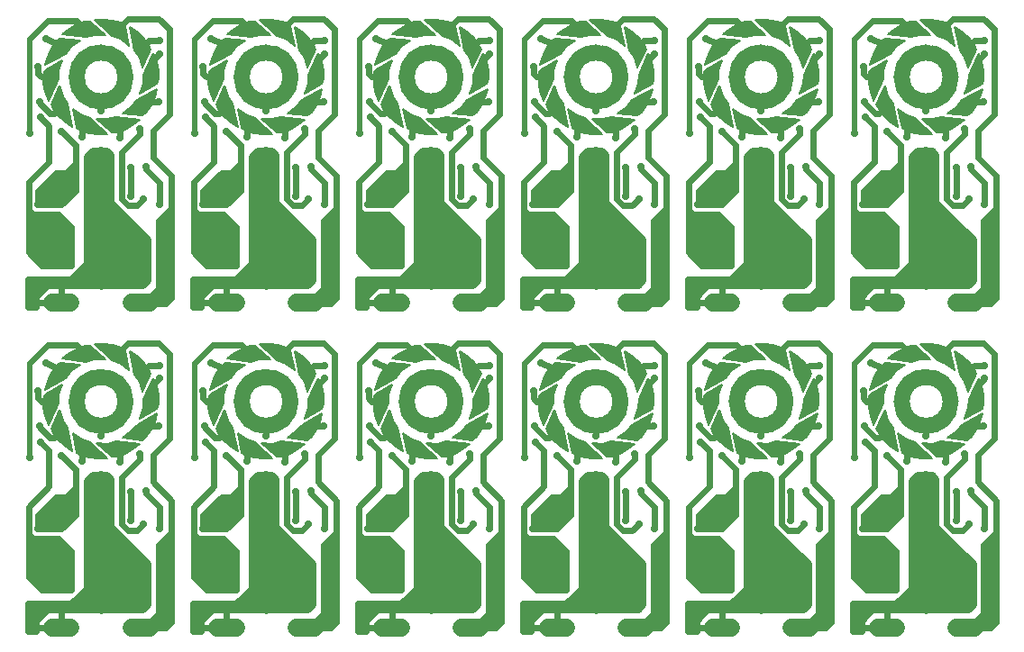
<source format=gbr>
%FSLAX34Y34*%
%MOMM*%
%LNCOPPER_TOP*%
G71*
G01*
%ADD10C, 0.700*%
%ADD11C, 0.600*%
%ADD12C, 1.700*%
%ADD13C, 0.500*%
%ADD14C, 0.150*%
%ADD15R, 0.900X0.900*%
%ADD16C, 1.500*%
%LPD*%
X84000Y-116000D02*
G54D10*
D03*
X139000Y-50000D02*
G54D10*
D03*
G54D11*
X122000Y-57000D02*
X129000Y-50000D01*
X139000Y-50000D01*
X139000Y-62000D02*
G54D10*
D03*
X138000Y-107000D02*
G54D10*
D03*
G54D11*
X122000Y-111000D02*
X126000Y-107000D01*
X138000Y-107000D01*
G54D11*
X84000Y-116000D02*
X84000Y-107000D01*
X102000Y-141000D02*
G54D10*
D03*
X66000Y-140000D02*
G54D10*
D03*
G54D11*
X98000Y-128000D02*
X102000Y-132000D01*
X102000Y-141000D01*
G54D11*
X70000Y-128000D02*
X66000Y-132000D01*
X66000Y-140000D01*
X26000Y-107000D02*
G54D10*
D03*
X25000Y-74000D02*
G54D10*
D03*
X32000Y-48000D02*
G54D10*
D03*
G54D11*
X47000Y-57000D02*
X42000Y-52000D01*
X32000Y-48000D01*
G54D12*
X112500Y-296500D02*
X129500Y-296500D01*
G54D12*
X38500Y-296500D02*
X55500Y-296500D01*
G54D11*
X98000Y-40000D02*
X109000Y-29000D01*
X138000Y-29000D01*
X148000Y-39000D01*
X148000Y-119000D01*
X133000Y-134000D01*
G54D11*
X133000Y-134000D02*
X133000Y-160000D01*
X150000Y-177000D01*
X150000Y-291000D01*
X126000Y-168000D02*
G54D10*
D03*
G54D11*
X126000Y-168000D02*
X126000Y-170700D01*
X138900Y-183600D01*
X138900Y-203900D01*
X139000Y-204000D01*
X138900Y-203900D01*
X139000Y-204000D02*
G54D10*
D03*
X112000Y-196000D02*
G54D10*
D03*
X112000Y-169000D02*
G54D10*
D03*
X120000Y-133000D02*
G54D10*
D03*
G54D11*
X112000Y-169000D02*
X112000Y-196000D01*
G54D11*
X120000Y-135000D02*
X120000Y-138000D01*
X103000Y-155000D01*
X103000Y-199000D01*
X109000Y-205000D01*
X118000Y-205000D01*
X124000Y-199000D01*
X124000Y-199000D02*
G54D10*
D03*
X24500Y-204000D02*
G54D10*
D03*
X47000Y-135000D02*
G54D10*
D03*
G54D11*
X24000Y-204000D02*
X47000Y-204000D01*
X60000Y-191000D01*
X60000Y-148000D01*
X47000Y-135000D01*
G54D13*
X17000Y-50000D02*
X17000Y-137000D01*
X17000Y-137000D02*
G54D10*
D03*
X56000Y-261000D02*
G54D10*
D03*
G54D11*
X56000Y-261000D02*
X56000Y-253000D01*
X16000Y-213000D01*
X16000Y-183000D01*
X35000Y-164000D01*
X35000Y-130000D01*
X27000Y-122000D01*
X27000Y-122000D02*
G54D10*
D03*
X84000Y-153000D02*
G54D10*
D03*
X84000Y-161000D02*
G54D10*
D03*
G54D11*
X84000Y-153000D02*
X84000Y-161000D01*
X84000Y-280500D01*
G54D11*
X70000Y-40000D02*
X61000Y-31000D01*
X34000Y-31000D01*
X17000Y-48000D01*
G36*
X84000Y-153000D02*
X76000Y-153000D01*
X70000Y-159000D01*
X70000Y-260000D01*
X56000Y-274000D01*
X15000Y-274000D01*
X15000Y-301000D01*
X24000Y-301000D01*
X24000Y-291000D01*
X34000Y-281000D01*
X124000Y-281000D01*
X129000Y-276000D01*
X129000Y-237000D01*
X94000Y-202000D01*
X94000Y-157000D01*
X90000Y-153000D01*
X84000Y-153000D01*
G37*
G54D13*
X84000Y-153000D02*
X76000Y-153000D01*
X70000Y-159000D01*
X70000Y-260000D01*
X56000Y-274000D01*
X15000Y-274000D01*
X15000Y-301000D01*
X24000Y-301000D01*
X24000Y-291000D01*
X34000Y-281000D01*
X124000Y-281000D01*
X129000Y-276000D01*
X129000Y-237000D01*
X94000Y-202000D01*
X94000Y-157000D01*
X90000Y-153000D01*
X84000Y-153000D01*
G36*
X60000Y-166000D02*
X59000Y-166000D01*
X51000Y-174000D01*
X42000Y-174000D01*
X25000Y-191000D01*
X25000Y-203500D01*
X24500Y-204000D01*
X47000Y-204000D01*
X60000Y-191000D01*
X60000Y-166000D01*
G37*
G54D11*
X60000Y-166000D02*
X59000Y-166000D01*
X51000Y-174000D01*
X42000Y-174000D01*
X25000Y-191000D01*
X25000Y-203500D01*
X24500Y-204000D01*
X47000Y-204000D01*
X60000Y-191000D01*
X60000Y-166000D01*
G36*
X16000Y-213000D02*
X44000Y-213000D01*
X56000Y-225000D01*
X56000Y-261000D01*
X28000Y-261000D01*
X16000Y-249000D01*
X16000Y-213000D01*
G37*
G54D11*
X16000Y-213000D02*
X44000Y-213000D01*
X56000Y-225000D01*
X56000Y-261000D01*
X28000Y-261000D01*
X16000Y-249000D01*
X16000Y-213000D01*
G54D11*
X16000Y-209000D02*
X21000Y-214000D01*
G36*
X79958Y-123583D02*
X93964Y-136207D01*
X99059Y-136001D01*
X106599Y-133146D01*
X113418Y-129295D01*
X120292Y-123996D01*
X98350Y-121424D01*
X90205Y-123610D01*
X79958Y-123583D01*
G37*
G54D14*
X79958Y-123583D02*
X93964Y-136207D01*
X99059Y-136001D01*
X106599Y-133146D01*
X113418Y-129295D01*
X120292Y-123996D01*
X98350Y-121424D01*
X90205Y-123610D01*
X79958Y-123583D01*
G36*
X57453Y-113644D02*
X61364Y-132089D01*
X65607Y-134918D01*
X73385Y-137039D01*
X81165Y-137932D01*
X89841Y-137686D01*
X73602Y-122707D01*
X65728Y-119688D01*
X57453Y-113644D01*
G37*
G54D14*
X57453Y-113644D02*
X61364Y-132089D01*
X65607Y-134918D01*
X73385Y-137039D01*
X81165Y-137932D01*
X89841Y-137686D01*
X73602Y-122707D01*
X65728Y-119688D01*
X57453Y-113644D01*
G36*
X45125Y-92236D02*
X37448Y-109457D01*
X39217Y-114239D01*
X44263Y-120527D01*
X50033Y-125823D01*
X57196Y-130724D01*
X52863Y-109061D01*
X48266Y-101990D01*
X45125Y-92236D01*
G37*
G54D14*
X45125Y-92236D02*
X37448Y-109457D01*
X39217Y-114239D01*
X44263Y-120527D01*
X50033Y-125823D01*
X57196Y-130724D01*
X52863Y-109061D01*
X48266Y-101990D01*
X45125Y-92236D01*
G36*
X47406Y-68038D02*
X31072Y-77457D01*
X29693Y-82366D01*
X30079Y-90419D01*
X31634Y-98095D01*
X34549Y-106270D01*
X43776Y-86197D01*
X44214Y-77775D01*
X47406Y-68038D01*
G37*
G54D14*
X47406Y-68038D02*
X31072Y-77457D01*
X29693Y-82366D01*
X30079Y-90419D01*
X31634Y-98095D01*
X34549Y-106270D01*
X43776Y-86197D01*
X44214Y-77775D01*
X47406Y-68038D01*
G36*
X64130Y-49616D02*
X45379Y-47636D01*
X41378Y-50796D01*
X36956Y-57538D01*
X33703Y-64662D01*
X31256Y-72989D01*
X50520Y-62174D01*
X55824Y-55617D01*
X64130Y-49616D01*
G37*
G54D14*
X64130Y-49616D02*
X45379Y-47636D01*
X41378Y-50796D01*
X36956Y-57538D01*
X33703Y-64662D01*
X31256Y-72989D01*
X50520Y-62174D01*
X55824Y-55617D01*
X64130Y-49616D01*
G36*
X88057Y-44430D02*
X74051Y-31806D01*
X68956Y-32012D01*
X61416Y-34867D01*
X54597Y-38718D01*
X47723Y-44016D01*
X69664Y-46589D01*
X77810Y-44403D01*
X88057Y-44430D01*
G37*
G54D14*
X88057Y-44430D02*
X74051Y-31806D01*
X68956Y-32012D01*
X61416Y-34867D01*
X54597Y-38718D01*
X47723Y-44016D01*
X69664Y-46589D01*
X77810Y-44403D01*
X88057Y-44430D01*
G36*
X110572Y-54474D02*
X106662Y-36029D01*
X102419Y-33201D01*
X94641Y-31079D01*
X86860Y-30187D01*
X78185Y-30432D01*
X94424Y-45411D01*
X102298Y-48430D01*
X110572Y-54474D01*
G37*
G54D14*
X110572Y-54474D02*
X106662Y-36029D01*
X102419Y-33201D01*
X94641Y-31079D01*
X86860Y-30187D01*
X78185Y-30432D01*
X94424Y-45411D01*
X102298Y-48430D01*
X110572Y-54474D01*
G36*
X123093Y-75266D02*
X130830Y-58172D01*
X129094Y-53671D01*
X124048Y-47383D01*
X118279Y-42088D01*
X111116Y-37187D01*
X115449Y-58850D01*
X120045Y-65921D01*
X123093Y-75266D01*
G37*
G54D14*
X123093Y-75266D02*
X130830Y-58172D01*
X129094Y-53671D01*
X124048Y-47383D01*
X118279Y-42088D01*
X111116Y-37187D01*
X115449Y-58850D01*
X120045Y-65921D01*
X123093Y-75266D01*
G36*
X120373Y-100042D02*
X136706Y-90622D01*
X138085Y-85713D01*
X137699Y-77660D01*
X136144Y-69985D01*
X133229Y-61810D01*
X124002Y-81882D01*
X123564Y-90304D01*
X120373Y-100042D01*
G37*
G54D14*
X120373Y-100042D02*
X136706Y-90622D01*
X138085Y-85713D01*
X137699Y-77660D01*
X136144Y-69985D01*
X133229Y-61810D01*
X124002Y-81882D01*
X123564Y-90304D01*
X120373Y-100042D01*
G36*
X103885Y-118398D02*
X122636Y-120377D01*
X126637Y-117217D01*
X131058Y-110475D01*
X134312Y-103351D01*
X136759Y-95024D01*
X117495Y-105840D01*
X112191Y-112396D01*
X103885Y-118398D01*
G37*
G54D14*
X103885Y-118398D02*
X122636Y-120377D01*
X126637Y-117217D01*
X131058Y-110475D01*
X134312Y-103351D01*
X136759Y-95024D01*
X117495Y-105840D01*
X112191Y-112396D01*
X103885Y-118398D01*
X122000Y-111000D02*
G54D15*
D03*
X131000Y-82000D02*
G54D15*
D03*
X122000Y-56000D02*
G54D15*
D03*
X98000Y-39000D02*
G54D15*
D03*
X69000Y-39000D02*
G54D15*
D03*
X46000Y-57000D02*
G54D15*
D03*
X37000Y-84000D02*
G54D15*
D03*
X47000Y-111000D02*
G54D15*
D03*
X70000Y-128000D02*
G54D15*
D03*
X99000Y-128000D02*
G54D15*
D03*
G54D16*
G75*
G01X107000Y-84000D02*
G03X107000Y-84000I-23000J0D01*
G01*
G54D11*
X26000Y-107000D02*
X26000Y-108000D01*
X36000Y-118000D01*
X40000Y-118000D01*
X47000Y-111000D01*
G54D11*
X37000Y-84000D02*
X28000Y-84000D01*
X25000Y-81000D01*
X25000Y-74000D01*
G54D11*
X47000Y-296500D02*
X17500Y-296500D01*
X17000Y-297000D01*
G54D11*
X47000Y-296500D02*
X47000Y-278000D01*
G36*
X121000Y-296500D02*
X124500Y-296500D01*
X138000Y-283000D01*
X138000Y-219000D01*
X150000Y-207000D01*
X150000Y-292000D01*
X145000Y-297000D01*
X121500Y-297000D01*
X121000Y-296500D01*
G37*
G54D11*
X121000Y-296500D02*
X124500Y-296500D01*
X138000Y-283000D01*
X138000Y-219000D01*
X150000Y-207000D01*
X150000Y-292000D01*
X145000Y-297000D01*
X121500Y-297000D01*
X121000Y-296500D01*
G54D11*
X139000Y-62000D02*
X134000Y-67000D01*
X239000Y-116000D02*
G54D10*
D03*
X294000Y-50000D02*
G54D10*
D03*
G54D11*
X277000Y-57000D02*
X284000Y-50000D01*
X294000Y-50000D01*
X294000Y-62000D02*
G54D10*
D03*
X293000Y-107000D02*
G54D10*
D03*
G54D11*
X277000Y-111000D02*
X281000Y-107000D01*
X293000Y-107000D01*
G54D11*
X239000Y-116000D02*
X239000Y-107000D01*
X257000Y-141000D02*
G54D10*
D03*
X221000Y-140000D02*
G54D10*
D03*
G54D11*
X253000Y-128000D02*
X257000Y-132000D01*
X257000Y-141000D01*
G54D11*
X225000Y-128000D02*
X221000Y-132000D01*
X221000Y-140000D01*
X181000Y-107000D02*
G54D10*
D03*
X180000Y-74000D02*
G54D10*
D03*
X187000Y-48000D02*
G54D10*
D03*
G54D11*
X202000Y-57000D02*
X197000Y-52000D01*
X187000Y-48000D01*
G54D12*
X267500Y-296500D02*
X284500Y-296500D01*
G54D12*
X193500Y-296500D02*
X210500Y-296500D01*
G54D11*
X253000Y-40000D02*
X264000Y-29000D01*
X293000Y-29000D01*
X303000Y-39000D01*
X303000Y-119000D01*
X288000Y-134000D01*
G54D11*
X288000Y-134000D02*
X288000Y-160000D01*
X305000Y-177000D01*
X305000Y-291000D01*
X281000Y-168000D02*
G54D10*
D03*
G54D11*
X281000Y-168000D02*
X281000Y-170700D01*
X293900Y-183600D01*
X293900Y-203900D01*
X294000Y-204000D01*
X293900Y-203900D01*
X294000Y-204000D02*
G54D10*
D03*
X267000Y-196000D02*
G54D10*
D03*
X267000Y-169000D02*
G54D10*
D03*
X275000Y-133000D02*
G54D10*
D03*
G54D11*
X267000Y-169000D02*
X267000Y-196000D01*
G54D11*
X275000Y-135000D02*
X275000Y-138000D01*
X258000Y-155000D01*
X258000Y-199000D01*
X264000Y-205000D01*
X273000Y-205000D01*
X279000Y-199000D01*
X279000Y-199000D02*
G54D10*
D03*
X179500Y-204000D02*
G54D10*
D03*
X202000Y-135000D02*
G54D10*
D03*
G54D11*
X179000Y-204000D02*
X202000Y-204000D01*
X215000Y-191000D01*
X215000Y-148000D01*
X202000Y-135000D01*
G54D13*
X172000Y-50000D02*
X172000Y-137000D01*
X172000Y-137000D02*
G54D10*
D03*
X211000Y-261000D02*
G54D10*
D03*
G54D11*
X211000Y-261000D02*
X211000Y-253000D01*
X171000Y-213000D01*
X171000Y-183000D01*
X190000Y-164000D01*
X190000Y-130000D01*
X182000Y-122000D01*
X182000Y-122000D02*
G54D10*
D03*
X239000Y-153000D02*
G54D10*
D03*
X239000Y-161000D02*
G54D10*
D03*
G54D11*
X239000Y-153000D02*
X239000Y-161000D01*
X239000Y-280500D01*
G54D11*
X225000Y-40000D02*
X216000Y-31000D01*
X189000Y-31000D01*
X172000Y-48000D01*
G36*
X239000Y-153000D02*
X231000Y-153000D01*
X225000Y-159000D01*
X225000Y-260000D01*
X211000Y-274000D01*
X170000Y-274000D01*
X170000Y-301000D01*
X179000Y-301000D01*
X179000Y-291000D01*
X189000Y-281000D01*
X279000Y-281000D01*
X284000Y-276000D01*
X284000Y-237000D01*
X249000Y-202000D01*
X249000Y-157000D01*
X245000Y-153000D01*
X239000Y-153000D01*
G37*
G54D13*
X239000Y-153000D02*
X231000Y-153000D01*
X225000Y-159000D01*
X225000Y-260000D01*
X211000Y-274000D01*
X170000Y-274000D01*
X170000Y-301000D01*
X179000Y-301000D01*
X179000Y-291000D01*
X189000Y-281000D01*
X279000Y-281000D01*
X284000Y-276000D01*
X284000Y-237000D01*
X249000Y-202000D01*
X249000Y-157000D01*
X245000Y-153000D01*
X239000Y-153000D01*
G36*
X215000Y-166000D02*
X214000Y-166000D01*
X206000Y-174000D01*
X197000Y-174000D01*
X180000Y-191000D01*
X180000Y-203500D01*
X179500Y-204000D01*
X202000Y-204000D01*
X215000Y-191000D01*
X215000Y-166000D01*
G37*
G54D11*
X215000Y-166000D02*
X214000Y-166000D01*
X206000Y-174000D01*
X197000Y-174000D01*
X180000Y-191000D01*
X180000Y-203500D01*
X179500Y-204000D01*
X202000Y-204000D01*
X215000Y-191000D01*
X215000Y-166000D01*
G36*
X171000Y-213000D02*
X199000Y-213000D01*
X211000Y-225000D01*
X211000Y-261000D01*
X183000Y-261000D01*
X171000Y-249000D01*
X171000Y-213000D01*
G37*
G54D11*
X171000Y-213000D02*
X199000Y-213000D01*
X211000Y-225000D01*
X211000Y-261000D01*
X183000Y-261000D01*
X171000Y-249000D01*
X171000Y-213000D01*
G54D11*
X171000Y-209000D02*
X176000Y-214000D01*
G36*
X234958Y-123583D02*
X248964Y-136207D01*
X254059Y-136001D01*
X261599Y-133146D01*
X268418Y-129295D01*
X275292Y-123996D01*
X253350Y-121424D01*
X245205Y-123610D01*
X234958Y-123583D01*
G37*
G54D14*
X234958Y-123583D02*
X248964Y-136207D01*
X254059Y-136001D01*
X261599Y-133146D01*
X268418Y-129295D01*
X275292Y-123996D01*
X253350Y-121424D01*
X245205Y-123610D01*
X234958Y-123583D01*
G36*
X212453Y-113644D02*
X216364Y-132089D01*
X220607Y-134918D01*
X228385Y-137039D01*
X236165Y-137932D01*
X244841Y-137686D01*
X228602Y-122707D01*
X220728Y-119688D01*
X212453Y-113644D01*
G37*
G54D14*
X212453Y-113644D02*
X216364Y-132089D01*
X220607Y-134918D01*
X228385Y-137039D01*
X236165Y-137932D01*
X244841Y-137686D01*
X228602Y-122707D01*
X220728Y-119688D01*
X212453Y-113644D01*
G36*
X200125Y-92236D02*
X192448Y-109457D01*
X194217Y-114239D01*
X199263Y-120527D01*
X205033Y-125823D01*
X212196Y-130724D01*
X207863Y-109061D01*
X203266Y-101990D01*
X200125Y-92236D01*
G37*
G54D14*
X200125Y-92236D02*
X192448Y-109457D01*
X194217Y-114239D01*
X199263Y-120527D01*
X205033Y-125823D01*
X212196Y-130724D01*
X207863Y-109061D01*
X203266Y-101990D01*
X200125Y-92236D01*
G36*
X202406Y-68038D02*
X186072Y-77457D01*
X184693Y-82366D01*
X185079Y-90419D01*
X186634Y-98095D01*
X189549Y-106270D01*
X198776Y-86197D01*
X199214Y-77775D01*
X202406Y-68038D01*
G37*
G54D14*
X202406Y-68038D02*
X186072Y-77457D01*
X184693Y-82366D01*
X185079Y-90419D01*
X186634Y-98095D01*
X189549Y-106270D01*
X198776Y-86197D01*
X199214Y-77775D01*
X202406Y-68038D01*
G36*
X219130Y-49616D02*
X200379Y-47636D01*
X196378Y-50796D01*
X191956Y-57538D01*
X188703Y-64662D01*
X186256Y-72989D01*
X205520Y-62174D01*
X210824Y-55617D01*
X219130Y-49616D01*
G37*
G54D14*
X219130Y-49616D02*
X200379Y-47636D01*
X196378Y-50796D01*
X191956Y-57538D01*
X188703Y-64662D01*
X186256Y-72989D01*
X205520Y-62174D01*
X210824Y-55617D01*
X219130Y-49616D01*
G36*
X243057Y-44430D02*
X229051Y-31806D01*
X223956Y-32012D01*
X216416Y-34867D01*
X209597Y-38718D01*
X202723Y-44016D01*
X224664Y-46589D01*
X232810Y-44403D01*
X243057Y-44430D01*
G37*
G54D14*
X243057Y-44430D02*
X229051Y-31806D01*
X223956Y-32012D01*
X216416Y-34867D01*
X209597Y-38718D01*
X202723Y-44016D01*
X224664Y-46589D01*
X232810Y-44403D01*
X243057Y-44430D01*
G36*
X265572Y-54474D02*
X261662Y-36029D01*
X257419Y-33201D01*
X249641Y-31079D01*
X241860Y-30187D01*
X233185Y-30433D01*
X249424Y-45411D01*
X257298Y-48430D01*
X265572Y-54474D01*
G37*
G54D14*
X265572Y-54474D02*
X261662Y-36029D01*
X257419Y-33201D01*
X249641Y-31079D01*
X241860Y-30187D01*
X233185Y-30433D01*
X249424Y-45411D01*
X257298Y-48430D01*
X265572Y-54474D01*
G36*
X278093Y-75266D02*
X285830Y-58172D01*
X284094Y-53671D01*
X279048Y-47383D01*
X273279Y-42088D01*
X266116Y-37187D01*
X270449Y-58850D01*
X275045Y-65921D01*
X278093Y-75266D01*
G37*
G54D14*
X278093Y-75266D02*
X285830Y-58172D01*
X284094Y-53671D01*
X279048Y-47383D01*
X273279Y-42088D01*
X266116Y-37187D01*
X270449Y-58850D01*
X275045Y-65921D01*
X278093Y-75266D01*
G36*
X275373Y-100042D02*
X291706Y-90622D01*
X293085Y-85713D01*
X292699Y-77660D01*
X291144Y-69985D01*
X288229Y-61810D01*
X279002Y-81882D01*
X278564Y-90304D01*
X275373Y-100042D01*
G37*
G54D14*
X275373Y-100042D02*
X291706Y-90622D01*
X293085Y-85713D01*
X292699Y-77660D01*
X291144Y-69985D01*
X288229Y-61810D01*
X279002Y-81882D01*
X278564Y-90304D01*
X275373Y-100042D01*
G36*
X258885Y-118398D02*
X277636Y-120377D01*
X281637Y-117217D01*
X286058Y-110475D01*
X289312Y-103351D01*
X291759Y-95024D01*
X272495Y-105840D01*
X267191Y-112396D01*
X258885Y-118398D01*
G37*
G54D14*
X258885Y-118398D02*
X277636Y-120377D01*
X281637Y-117217D01*
X286058Y-110475D01*
X289312Y-103351D01*
X291759Y-95024D01*
X272495Y-105840D01*
X267191Y-112396D01*
X258885Y-118398D01*
X277000Y-111000D02*
G54D15*
D03*
X286000Y-82000D02*
G54D15*
D03*
X277000Y-56000D02*
G54D15*
D03*
X253000Y-39000D02*
G54D15*
D03*
X224000Y-39000D02*
G54D15*
D03*
X201000Y-57000D02*
G54D15*
D03*
X192000Y-84000D02*
G54D15*
D03*
X202000Y-111000D02*
G54D15*
D03*
X225000Y-128000D02*
G54D15*
D03*
X254000Y-128000D02*
G54D15*
D03*
G54D16*
G75*
G01X262000Y-84000D02*
G03X262000Y-84000I-23000J0D01*
G01*
G54D11*
X181000Y-107000D02*
X181000Y-108000D01*
X191000Y-118000D01*
X195000Y-118000D01*
X202000Y-111000D01*
G54D11*
X192000Y-84000D02*
X183000Y-84000D01*
X180000Y-81000D01*
X180000Y-74000D01*
G54D11*
X202000Y-296500D02*
X172500Y-296500D01*
X172000Y-297000D01*
G54D11*
X202000Y-296500D02*
X202000Y-278000D01*
G36*
X276000Y-296500D02*
X279500Y-296500D01*
X293000Y-283000D01*
X293000Y-219000D01*
X305000Y-207000D01*
X305000Y-292000D01*
X300000Y-297000D01*
X276500Y-297000D01*
X276000Y-296500D01*
G37*
G54D11*
X276000Y-296500D02*
X279500Y-296500D01*
X293000Y-283000D01*
X293000Y-219000D01*
X305000Y-207000D01*
X305000Y-292000D01*
X300000Y-297000D01*
X276500Y-297000D01*
X276000Y-296500D01*
G54D11*
X294000Y-62000D02*
X289000Y-67000D01*
X394000Y-116000D02*
G54D10*
D03*
X449000Y-50000D02*
G54D10*
D03*
G54D11*
X432000Y-57000D02*
X439000Y-50000D01*
X449000Y-50000D01*
X449000Y-62000D02*
G54D10*
D03*
X448000Y-107000D02*
G54D10*
D03*
G54D11*
X432000Y-111000D02*
X436000Y-107000D01*
X448000Y-107000D01*
G54D11*
X394000Y-116000D02*
X394000Y-107000D01*
X412000Y-141000D02*
G54D10*
D03*
X376000Y-140000D02*
G54D10*
D03*
G54D11*
X408000Y-128000D02*
X412000Y-132000D01*
X412000Y-141000D01*
G54D11*
X380000Y-128000D02*
X376000Y-132000D01*
X376000Y-140000D01*
X336000Y-107000D02*
G54D10*
D03*
X335000Y-74000D02*
G54D10*
D03*
X342000Y-48000D02*
G54D10*
D03*
G54D11*
X357000Y-57000D02*
X352000Y-52000D01*
X342000Y-48000D01*
G54D12*
X422500Y-296500D02*
X439500Y-296500D01*
G54D12*
X348500Y-296500D02*
X365500Y-296500D01*
G54D11*
X408000Y-40000D02*
X419000Y-29000D01*
X448000Y-29000D01*
X458000Y-39000D01*
X458000Y-119000D01*
X443000Y-134000D01*
G54D11*
X443000Y-134000D02*
X443000Y-160000D01*
X460000Y-177000D01*
X460000Y-291000D01*
X436000Y-168000D02*
G54D10*
D03*
G54D11*
X436000Y-168000D02*
X436000Y-170700D01*
X448900Y-183600D01*
X448900Y-203900D01*
X449000Y-204000D01*
X448900Y-203900D01*
X449000Y-204000D02*
G54D10*
D03*
X422000Y-196000D02*
G54D10*
D03*
X422000Y-169000D02*
G54D10*
D03*
X430000Y-133000D02*
G54D10*
D03*
G54D11*
X422000Y-169000D02*
X422000Y-196000D01*
G54D11*
X430000Y-135000D02*
X430000Y-138000D01*
X413000Y-155000D01*
X413000Y-199000D01*
X419000Y-205000D01*
X428000Y-205000D01*
X434000Y-199000D01*
X434000Y-199000D02*
G54D10*
D03*
X334500Y-204000D02*
G54D10*
D03*
X357000Y-135000D02*
G54D10*
D03*
G54D11*
X334000Y-204000D02*
X357000Y-204000D01*
X370000Y-191000D01*
X370000Y-148000D01*
X357000Y-135000D01*
G54D13*
X327000Y-50000D02*
X327000Y-137000D01*
X327000Y-137000D02*
G54D10*
D03*
X366000Y-261000D02*
G54D10*
D03*
G54D11*
X366000Y-261000D02*
X366000Y-253000D01*
X326000Y-213000D01*
X326000Y-183000D01*
X345000Y-164000D01*
X345000Y-130000D01*
X337000Y-122000D01*
X337000Y-122000D02*
G54D10*
D03*
X394000Y-153000D02*
G54D10*
D03*
X394000Y-161000D02*
G54D10*
D03*
G54D11*
X394000Y-153000D02*
X394000Y-161000D01*
X394000Y-280500D01*
G54D11*
X380000Y-40000D02*
X371000Y-31000D01*
X344000Y-31000D01*
X327000Y-48000D01*
G36*
X394000Y-153000D02*
X386000Y-153000D01*
X380000Y-159000D01*
X380000Y-260000D01*
X366000Y-274000D01*
X325000Y-274000D01*
X325000Y-301000D01*
X334000Y-301000D01*
X334000Y-291000D01*
X344000Y-281000D01*
X434000Y-281000D01*
X439000Y-276000D01*
X439000Y-237000D01*
X404000Y-202000D01*
X404000Y-157000D01*
X400000Y-153000D01*
X394000Y-153000D01*
G37*
G54D13*
X394000Y-153000D02*
X386000Y-153000D01*
X380000Y-159000D01*
X380000Y-260000D01*
X366000Y-274000D01*
X325000Y-274000D01*
X325000Y-301000D01*
X334000Y-301000D01*
X334000Y-291000D01*
X344000Y-281000D01*
X434000Y-281000D01*
X439000Y-276000D01*
X439000Y-237000D01*
X404000Y-202000D01*
X404000Y-157000D01*
X400000Y-153000D01*
X394000Y-153000D01*
G36*
X370000Y-166000D02*
X369000Y-166000D01*
X361000Y-174000D01*
X352000Y-174000D01*
X335000Y-191000D01*
X335000Y-203500D01*
X334500Y-204000D01*
X357000Y-204000D01*
X370000Y-191000D01*
X370000Y-166000D01*
G37*
G54D11*
X370000Y-166000D02*
X369000Y-166000D01*
X361000Y-174000D01*
X352000Y-174000D01*
X335000Y-191000D01*
X335000Y-203500D01*
X334500Y-204000D01*
X357000Y-204000D01*
X370000Y-191000D01*
X370000Y-166000D01*
G36*
X326000Y-213000D02*
X354000Y-213000D01*
X366000Y-225000D01*
X366000Y-261000D01*
X338000Y-261000D01*
X326000Y-249000D01*
X326000Y-213000D01*
G37*
G54D11*
X326000Y-213000D02*
X354000Y-213000D01*
X366000Y-225000D01*
X366000Y-261000D01*
X338000Y-261000D01*
X326000Y-249000D01*
X326000Y-213000D01*
G54D11*
X326000Y-209000D02*
X331000Y-214000D01*
G36*
X389958Y-123583D02*
X403964Y-136207D01*
X409059Y-136001D01*
X416599Y-133146D01*
X423418Y-129295D01*
X430292Y-123996D01*
X408350Y-121424D01*
X400205Y-123610D01*
X389958Y-123583D01*
G37*
G54D14*
X389958Y-123583D02*
X403964Y-136207D01*
X409059Y-136001D01*
X416599Y-133146D01*
X423418Y-129295D01*
X430292Y-123996D01*
X408350Y-121424D01*
X400205Y-123610D01*
X389958Y-123583D01*
G36*
X367453Y-113644D02*
X371364Y-132089D01*
X375607Y-134918D01*
X383385Y-137039D01*
X391165Y-137932D01*
X399841Y-137686D01*
X383602Y-122707D01*
X375728Y-119688D01*
X367453Y-113644D01*
G37*
G54D14*
X367453Y-113644D02*
X371364Y-132089D01*
X375607Y-134918D01*
X383385Y-137039D01*
X391165Y-137932D01*
X399841Y-137686D01*
X383602Y-122707D01*
X375728Y-119688D01*
X367453Y-113644D01*
G36*
X355125Y-92236D02*
X347448Y-109457D01*
X349217Y-114239D01*
X354263Y-120527D01*
X360033Y-125823D01*
X367196Y-130724D01*
X362863Y-109061D01*
X358266Y-101990D01*
X355125Y-92236D01*
G37*
G54D14*
X355125Y-92236D02*
X347448Y-109457D01*
X349217Y-114239D01*
X354263Y-120527D01*
X360033Y-125823D01*
X367196Y-130724D01*
X362863Y-109061D01*
X358266Y-101990D01*
X355125Y-92236D01*
G36*
X357406Y-68038D02*
X341072Y-77457D01*
X339693Y-82366D01*
X340079Y-90419D01*
X341634Y-98095D01*
X344549Y-106270D01*
X353776Y-86197D01*
X354214Y-77775D01*
X357406Y-68038D01*
G37*
G54D14*
X357406Y-68038D02*
X341072Y-77457D01*
X339693Y-82366D01*
X340079Y-90419D01*
X341634Y-98095D01*
X344549Y-106270D01*
X353776Y-86197D01*
X354214Y-77775D01*
X357406Y-68038D01*
G36*
X374130Y-49616D02*
X355379Y-47636D01*
X351378Y-50796D01*
X346956Y-57538D01*
X343703Y-64662D01*
X341256Y-72989D01*
X360520Y-62174D01*
X365824Y-55617D01*
X374130Y-49616D01*
G37*
G54D14*
X374130Y-49616D02*
X355379Y-47636D01*
X351378Y-50796D01*
X346956Y-57538D01*
X343703Y-64662D01*
X341256Y-72989D01*
X360520Y-62174D01*
X365824Y-55617D01*
X374130Y-49616D01*
G36*
X398057Y-44430D02*
X384051Y-31806D01*
X378956Y-32012D01*
X371416Y-34867D01*
X364597Y-38718D01*
X357723Y-44016D01*
X379664Y-46589D01*
X387810Y-44403D01*
X398057Y-44430D01*
G37*
G54D14*
X398057Y-44430D02*
X384051Y-31806D01*
X378956Y-32012D01*
X371416Y-34867D01*
X364597Y-38718D01*
X357723Y-44016D01*
X379664Y-46589D01*
X387810Y-44403D01*
X398057Y-44430D01*
G36*
X420572Y-54474D02*
X416662Y-36029D01*
X412419Y-33201D01*
X404641Y-31079D01*
X396860Y-30187D01*
X388185Y-30433D01*
X404424Y-45411D01*
X412298Y-48430D01*
X420572Y-54474D01*
G37*
G54D14*
X420572Y-54474D02*
X416662Y-36029D01*
X412419Y-33201D01*
X404641Y-31079D01*
X396860Y-30187D01*
X388185Y-30433D01*
X404424Y-45411D01*
X412298Y-48430D01*
X420572Y-54474D01*
G36*
X433094Y-75266D02*
X440830Y-58172D01*
X439094Y-53671D01*
X434048Y-47383D01*
X428279Y-42088D01*
X421116Y-37187D01*
X425449Y-58850D01*
X430045Y-65921D01*
X433094Y-75266D01*
G37*
G54D14*
X433094Y-75266D02*
X440830Y-58172D01*
X439094Y-53671D01*
X434048Y-47383D01*
X428279Y-42088D01*
X421116Y-37187D01*
X425449Y-58850D01*
X430045Y-65921D01*
X433094Y-75266D01*
G36*
X430373Y-100042D02*
X446706Y-90622D01*
X448086Y-85713D01*
X447700Y-77660D01*
X446144Y-69985D01*
X443230Y-61810D01*
X434002Y-81882D01*
X433564Y-90304D01*
X430373Y-100042D01*
G37*
G54D14*
X430373Y-100042D02*
X446706Y-90622D01*
X448086Y-85713D01*
X447700Y-77660D01*
X446144Y-69985D01*
X443230Y-61810D01*
X434002Y-81882D01*
X433564Y-90304D01*
X430373Y-100042D01*
G36*
X413885Y-118398D02*
X432636Y-120377D01*
X436637Y-117217D01*
X441058Y-110475D01*
X444312Y-103351D01*
X446759Y-95024D01*
X427495Y-105840D01*
X422191Y-112396D01*
X413885Y-118398D01*
G37*
G54D14*
X413885Y-118398D02*
X432636Y-120377D01*
X436637Y-117217D01*
X441058Y-110475D01*
X444312Y-103351D01*
X446759Y-95024D01*
X427495Y-105840D01*
X422191Y-112396D01*
X413885Y-118398D01*
X432000Y-111000D02*
G54D15*
D03*
X441000Y-82000D02*
G54D15*
D03*
X432000Y-56000D02*
G54D15*
D03*
X408000Y-39000D02*
G54D15*
D03*
X379000Y-39000D02*
G54D15*
D03*
X356000Y-57000D02*
G54D15*
D03*
X347000Y-84000D02*
G54D15*
D03*
X357000Y-111000D02*
G54D15*
D03*
X380000Y-128000D02*
G54D15*
D03*
X409000Y-128000D02*
G54D15*
D03*
G54D16*
G75*
G01X417000Y-84000D02*
G03X417000Y-84000I-23000J0D01*
G01*
G54D11*
X336000Y-107000D02*
X336000Y-108000D01*
X346000Y-118000D01*
X350000Y-118000D01*
X357000Y-111000D01*
G54D11*
X347000Y-84000D02*
X338000Y-84000D01*
X335000Y-81000D01*
X335000Y-74000D01*
G54D11*
X357000Y-296500D02*
X327500Y-296500D01*
X327000Y-297000D01*
G54D11*
X357000Y-296500D02*
X357000Y-278000D01*
G36*
X431000Y-296500D02*
X434500Y-296500D01*
X448000Y-283000D01*
X448000Y-219000D01*
X460000Y-207000D01*
X460000Y-292000D01*
X455000Y-297000D01*
X431500Y-297000D01*
X431000Y-296500D01*
G37*
G54D11*
X431000Y-296500D02*
X434500Y-296500D01*
X448000Y-283000D01*
X448000Y-219000D01*
X460000Y-207000D01*
X460000Y-292000D01*
X455000Y-297000D01*
X431500Y-297000D01*
X431000Y-296500D01*
G54D11*
X449000Y-62000D02*
X444000Y-67000D01*
X549000Y-116000D02*
G54D10*
D03*
X604000Y-50000D02*
G54D10*
D03*
G54D11*
X587000Y-57000D02*
X594000Y-50000D01*
X604000Y-50000D01*
X604000Y-62000D02*
G54D10*
D03*
X603000Y-107000D02*
G54D10*
D03*
G54D11*
X587000Y-111000D02*
X591000Y-107000D01*
X603000Y-107000D01*
G54D11*
X549000Y-116000D02*
X549000Y-107000D01*
X567000Y-141000D02*
G54D10*
D03*
X531000Y-140000D02*
G54D10*
D03*
G54D11*
X563000Y-128000D02*
X567000Y-132000D01*
X567000Y-141000D01*
G54D11*
X535000Y-128000D02*
X531000Y-132000D01*
X531000Y-140000D01*
X491000Y-107000D02*
G54D10*
D03*
X490000Y-74000D02*
G54D10*
D03*
X497000Y-48000D02*
G54D10*
D03*
G54D11*
X512000Y-57000D02*
X507000Y-52000D01*
X497000Y-48000D01*
G54D12*
X577500Y-296500D02*
X594500Y-296500D01*
G54D12*
X503500Y-296500D02*
X520500Y-296500D01*
G54D11*
X563000Y-40000D02*
X574000Y-29000D01*
X603000Y-29000D01*
X613000Y-39000D01*
X613000Y-119000D01*
X598000Y-134000D01*
G54D11*
X598000Y-134000D02*
X598000Y-160000D01*
X615000Y-177000D01*
X615000Y-291000D01*
X591000Y-168000D02*
G54D10*
D03*
G54D11*
X591000Y-168000D02*
X591000Y-170700D01*
X603900Y-183600D01*
X603900Y-203900D01*
X604000Y-204000D01*
X603900Y-203900D01*
X604000Y-204000D02*
G54D10*
D03*
X577000Y-196000D02*
G54D10*
D03*
X577000Y-169000D02*
G54D10*
D03*
X585000Y-133000D02*
G54D10*
D03*
G54D11*
X577000Y-169000D02*
X577000Y-196000D01*
G54D11*
X585000Y-135000D02*
X585000Y-138000D01*
X568000Y-155000D01*
X568000Y-199000D01*
X574000Y-205000D01*
X583000Y-205000D01*
X589000Y-199000D01*
X589000Y-199000D02*
G54D10*
D03*
X489500Y-204000D02*
G54D10*
D03*
X512000Y-135000D02*
G54D10*
D03*
G54D11*
X489000Y-204000D02*
X512000Y-204000D01*
X525000Y-191000D01*
X525000Y-148000D01*
X512000Y-135000D01*
G54D13*
X482000Y-50000D02*
X482000Y-137000D01*
X482000Y-137000D02*
G54D10*
D03*
X521000Y-261000D02*
G54D10*
D03*
G54D11*
X521000Y-261000D02*
X521000Y-253000D01*
X481000Y-213000D01*
X481000Y-183000D01*
X500000Y-164000D01*
X500000Y-130000D01*
X492000Y-122000D01*
X492000Y-122000D02*
G54D10*
D03*
X549000Y-153000D02*
G54D10*
D03*
X549000Y-161000D02*
G54D10*
D03*
G54D11*
X549000Y-153000D02*
X549000Y-161000D01*
X549000Y-280500D01*
G54D11*
X535000Y-40000D02*
X526000Y-31000D01*
X499000Y-31000D01*
X482000Y-48000D01*
G36*
X549000Y-153000D02*
X541000Y-153000D01*
X535000Y-159000D01*
X535000Y-260000D01*
X521000Y-274000D01*
X480000Y-274000D01*
X480000Y-301000D01*
X489000Y-301000D01*
X489000Y-291000D01*
X499000Y-281000D01*
X589000Y-281000D01*
X594000Y-276000D01*
X594000Y-237000D01*
X559000Y-202000D01*
X559000Y-157000D01*
X555000Y-153000D01*
X549000Y-153000D01*
G37*
G54D13*
X549000Y-153000D02*
X541000Y-153000D01*
X535000Y-159000D01*
X535000Y-260000D01*
X521000Y-274000D01*
X480000Y-274000D01*
X480000Y-301000D01*
X489000Y-301000D01*
X489000Y-291000D01*
X499000Y-281000D01*
X589000Y-281000D01*
X594000Y-276000D01*
X594000Y-237000D01*
X559000Y-202000D01*
X559000Y-157000D01*
X555000Y-153000D01*
X549000Y-153000D01*
G36*
X525000Y-166000D02*
X524000Y-166000D01*
X516000Y-174000D01*
X507000Y-174000D01*
X490000Y-191000D01*
X490000Y-203500D01*
X489500Y-204000D01*
X512000Y-204000D01*
X525000Y-191000D01*
X525000Y-166000D01*
G37*
G54D11*
X525000Y-166000D02*
X524000Y-166000D01*
X516000Y-174000D01*
X507000Y-174000D01*
X490000Y-191000D01*
X490000Y-203500D01*
X489500Y-204000D01*
X512000Y-204000D01*
X525000Y-191000D01*
X525000Y-166000D01*
G36*
X481000Y-213000D02*
X509000Y-213000D01*
X521000Y-225000D01*
X521000Y-261000D01*
X493000Y-261000D01*
X481000Y-249000D01*
X481000Y-213000D01*
G37*
G54D11*
X481000Y-213000D02*
X509000Y-213000D01*
X521000Y-225000D01*
X521000Y-261000D01*
X493000Y-261000D01*
X481000Y-249000D01*
X481000Y-213000D01*
G54D11*
X481000Y-209000D02*
X486000Y-214000D01*
G36*
X544958Y-123583D02*
X558964Y-136207D01*
X564059Y-136001D01*
X571599Y-133146D01*
X578418Y-129295D01*
X585292Y-123996D01*
X563350Y-121424D01*
X555205Y-123610D01*
X544958Y-123583D01*
G37*
G54D14*
X544958Y-123583D02*
X558964Y-136207D01*
X564059Y-136001D01*
X571599Y-133146D01*
X578418Y-129295D01*
X585292Y-123996D01*
X563350Y-121424D01*
X555205Y-123610D01*
X544958Y-123583D01*
G36*
X522453Y-113644D02*
X526364Y-132089D01*
X530607Y-134918D01*
X538385Y-137039D01*
X546165Y-137932D01*
X554841Y-137686D01*
X538602Y-122707D01*
X530728Y-119688D01*
X522453Y-113644D01*
G37*
G54D14*
X522453Y-113644D02*
X526364Y-132089D01*
X530607Y-134918D01*
X538385Y-137039D01*
X546165Y-137932D01*
X554841Y-137686D01*
X538602Y-122707D01*
X530728Y-119688D01*
X522453Y-113644D01*
G36*
X510125Y-92236D02*
X502448Y-109457D01*
X504217Y-114239D01*
X509263Y-120527D01*
X515033Y-125823D01*
X522196Y-130724D01*
X517863Y-109061D01*
X513266Y-101990D01*
X510125Y-92236D01*
G37*
G54D14*
X510125Y-92236D02*
X502448Y-109457D01*
X504217Y-114239D01*
X509263Y-120527D01*
X515033Y-125823D01*
X522196Y-130724D01*
X517863Y-109061D01*
X513266Y-101990D01*
X510125Y-92236D01*
G36*
X512406Y-68038D02*
X496072Y-77457D01*
X494693Y-82366D01*
X495079Y-90419D01*
X496634Y-98095D01*
X499549Y-106270D01*
X508776Y-86197D01*
X509214Y-77775D01*
X512406Y-68038D01*
G37*
G54D14*
X512406Y-68038D02*
X496072Y-77457D01*
X494693Y-82366D01*
X495079Y-90419D01*
X496634Y-98095D01*
X499549Y-106270D01*
X508776Y-86197D01*
X509214Y-77775D01*
X512406Y-68038D01*
G36*
X529130Y-49616D02*
X510379Y-47636D01*
X506378Y-50796D01*
X501956Y-57538D01*
X498703Y-64662D01*
X496256Y-72989D01*
X515520Y-62174D01*
X520824Y-55617D01*
X529130Y-49616D01*
G37*
G54D14*
X529130Y-49616D02*
X510379Y-47636D01*
X506378Y-50796D01*
X501956Y-57538D01*
X498703Y-64662D01*
X496256Y-72989D01*
X515520Y-62174D01*
X520824Y-55617D01*
X529130Y-49616D01*
G36*
X553057Y-44430D02*
X539051Y-31806D01*
X533956Y-32012D01*
X526416Y-34867D01*
X519597Y-38718D01*
X512723Y-44016D01*
X534664Y-46589D01*
X542810Y-44403D01*
X553057Y-44430D01*
G37*
G54D14*
X553057Y-44430D02*
X539051Y-31806D01*
X533956Y-32012D01*
X526416Y-34867D01*
X519597Y-38718D01*
X512723Y-44016D01*
X534664Y-46589D01*
X542810Y-44403D01*
X553057Y-44430D01*
G36*
X575573Y-54474D02*
X571662Y-36029D01*
X567419Y-33201D01*
X559641Y-31079D01*
X551860Y-30187D01*
X543185Y-30433D01*
X559424Y-45411D01*
X567298Y-48430D01*
X575573Y-54474D01*
G37*
G54D14*
X575573Y-54474D02*
X571662Y-36029D01*
X567419Y-33201D01*
X559641Y-31079D01*
X551860Y-30187D01*
X543185Y-30433D01*
X559424Y-45411D01*
X567298Y-48430D01*
X575573Y-54474D01*
G36*
X588093Y-75266D02*
X595830Y-58172D01*
X594094Y-53671D01*
X589049Y-47383D01*
X583279Y-42088D01*
X576116Y-37187D01*
X580449Y-58850D01*
X585045Y-65921D01*
X588093Y-75266D01*
G37*
G54D14*
X588093Y-75266D02*
X595830Y-58172D01*
X594094Y-53671D01*
X589049Y-47383D01*
X583279Y-42088D01*
X576116Y-37187D01*
X580449Y-58850D01*
X585045Y-65921D01*
X588093Y-75266D01*
G36*
X585373Y-100042D02*
X601706Y-90622D01*
X603085Y-85713D01*
X602699Y-77660D01*
X601144Y-69985D01*
X598229Y-61810D01*
X589002Y-81882D01*
X588565Y-90304D01*
X585373Y-100042D01*
G37*
G54D14*
X585373Y-100042D02*
X601706Y-90622D01*
X603085Y-85713D01*
X602699Y-77660D01*
X601144Y-69985D01*
X598229Y-61810D01*
X589002Y-81882D01*
X588565Y-90304D01*
X585373Y-100042D01*
G36*
X568885Y-118398D02*
X587636Y-120377D01*
X591637Y-117217D01*
X596058Y-110475D01*
X599312Y-103351D01*
X601759Y-95024D01*
X582495Y-105840D01*
X577191Y-112396D01*
X568885Y-118398D01*
G37*
G54D14*
X568885Y-118398D02*
X587636Y-120377D01*
X591637Y-117217D01*
X596058Y-110475D01*
X599312Y-103351D01*
X601759Y-95024D01*
X582495Y-105840D01*
X577191Y-112396D01*
X568885Y-118398D01*
X587000Y-111000D02*
G54D15*
D03*
X596000Y-82000D02*
G54D15*
D03*
X587000Y-56000D02*
G54D15*
D03*
X563000Y-39000D02*
G54D15*
D03*
X534000Y-39000D02*
G54D15*
D03*
X511000Y-57000D02*
G54D15*
D03*
X502000Y-84000D02*
G54D15*
D03*
X512000Y-111000D02*
G54D15*
D03*
X535000Y-128000D02*
G54D15*
D03*
X564000Y-128000D02*
G54D15*
D03*
G54D16*
G75*
G01X572000Y-84000D02*
G03X572000Y-84000I-23000J0D01*
G01*
G54D11*
X491000Y-107000D02*
X491000Y-108000D01*
X501000Y-118000D01*
X505000Y-118000D01*
X512000Y-111000D01*
G54D11*
X502000Y-84000D02*
X493000Y-84000D01*
X490000Y-81000D01*
X490000Y-74000D01*
G54D11*
X512000Y-296500D02*
X482500Y-296500D01*
X482000Y-297000D01*
G54D11*
X512000Y-296500D02*
X512000Y-278000D01*
G36*
X586000Y-296500D02*
X589500Y-296500D01*
X603000Y-283000D01*
X603000Y-219000D01*
X615000Y-207000D01*
X615000Y-292000D01*
X610000Y-297000D01*
X586500Y-297000D01*
X586000Y-296500D01*
G37*
G54D11*
X586000Y-296500D02*
X589500Y-296500D01*
X603000Y-283000D01*
X603000Y-219000D01*
X615000Y-207000D01*
X615000Y-292000D01*
X610000Y-297000D01*
X586500Y-297000D01*
X586000Y-296500D01*
G54D11*
X604000Y-62000D02*
X599000Y-67000D01*
X704000Y-116000D02*
G54D10*
D03*
X759000Y-50000D02*
G54D10*
D03*
G54D11*
X742000Y-57000D02*
X749000Y-50000D01*
X759000Y-50000D01*
X759000Y-62000D02*
G54D10*
D03*
X758000Y-107000D02*
G54D10*
D03*
G54D11*
X742000Y-111000D02*
X746000Y-107000D01*
X758000Y-107000D01*
G54D11*
X704000Y-116000D02*
X704000Y-107000D01*
X722000Y-141000D02*
G54D10*
D03*
X686000Y-140000D02*
G54D10*
D03*
G54D11*
X718000Y-128000D02*
X722000Y-132000D01*
X722000Y-141000D01*
G54D11*
X690000Y-128000D02*
X686000Y-132000D01*
X686000Y-140000D01*
X646000Y-107000D02*
G54D10*
D03*
X645000Y-74000D02*
G54D10*
D03*
X652000Y-48000D02*
G54D10*
D03*
G54D11*
X667000Y-57000D02*
X662000Y-52000D01*
X652000Y-48000D01*
G54D12*
X732500Y-296500D02*
X749500Y-296500D01*
G54D12*
X658500Y-296500D02*
X675500Y-296500D01*
G54D11*
X718000Y-40000D02*
X729000Y-29000D01*
X758000Y-29000D01*
X768000Y-39000D01*
X768000Y-119000D01*
X753000Y-134000D01*
G54D11*
X753000Y-134000D02*
X753000Y-160000D01*
X770000Y-177000D01*
X770000Y-291000D01*
X746000Y-168000D02*
G54D10*
D03*
G54D11*
X746000Y-168000D02*
X746000Y-170700D01*
X758900Y-183600D01*
X758900Y-203900D01*
X759000Y-204000D01*
X758900Y-203900D01*
X759000Y-204000D02*
G54D10*
D03*
X732000Y-196000D02*
G54D10*
D03*
X732000Y-169000D02*
G54D10*
D03*
X740000Y-133000D02*
G54D10*
D03*
G54D11*
X732000Y-169000D02*
X732000Y-196000D01*
G54D11*
X740000Y-135000D02*
X740000Y-138000D01*
X723000Y-155000D01*
X723000Y-199000D01*
X729000Y-205000D01*
X738000Y-205000D01*
X744000Y-199000D01*
X744000Y-199000D02*
G54D10*
D03*
X644500Y-204000D02*
G54D10*
D03*
X667000Y-135000D02*
G54D10*
D03*
G54D11*
X644000Y-204000D02*
X667000Y-204000D01*
X680000Y-191000D01*
X680000Y-148000D01*
X667000Y-135000D01*
G54D13*
X637000Y-50000D02*
X637000Y-137000D01*
X637000Y-137000D02*
G54D10*
D03*
X676000Y-261000D02*
G54D10*
D03*
G54D11*
X676000Y-261000D02*
X676000Y-253000D01*
X636000Y-213000D01*
X636000Y-183000D01*
X655000Y-164000D01*
X655000Y-130000D01*
X647000Y-122000D01*
X647000Y-122000D02*
G54D10*
D03*
X704000Y-153000D02*
G54D10*
D03*
X704000Y-161000D02*
G54D10*
D03*
G54D11*
X704000Y-153000D02*
X704000Y-161000D01*
X704000Y-280500D01*
G54D11*
X690000Y-40000D02*
X681000Y-31000D01*
X654000Y-31000D01*
X637000Y-48000D01*
G36*
X704000Y-153000D02*
X696000Y-153000D01*
X690000Y-159000D01*
X690000Y-260000D01*
X676000Y-274000D01*
X635000Y-274000D01*
X635000Y-301000D01*
X644000Y-301000D01*
X644000Y-291000D01*
X654000Y-281000D01*
X744000Y-281000D01*
X749000Y-276000D01*
X749000Y-237000D01*
X714000Y-202000D01*
X714000Y-157000D01*
X710000Y-153000D01*
X704000Y-153000D01*
G37*
G54D13*
X704000Y-153000D02*
X696000Y-153000D01*
X690000Y-159000D01*
X690000Y-260000D01*
X676000Y-274000D01*
X635000Y-274000D01*
X635000Y-301000D01*
X644000Y-301000D01*
X644000Y-291000D01*
X654000Y-281000D01*
X744000Y-281000D01*
X749000Y-276000D01*
X749000Y-237000D01*
X714000Y-202000D01*
X714000Y-157000D01*
X710000Y-153000D01*
X704000Y-153000D01*
G36*
X680000Y-166000D02*
X679000Y-166000D01*
X671000Y-174000D01*
X662000Y-174000D01*
X645000Y-191000D01*
X645000Y-203500D01*
X644500Y-204000D01*
X667000Y-204000D01*
X680000Y-191000D01*
X680000Y-166000D01*
G37*
G54D11*
X680000Y-166000D02*
X679000Y-166000D01*
X671000Y-174000D01*
X662000Y-174000D01*
X645000Y-191000D01*
X645000Y-203500D01*
X644500Y-204000D01*
X667000Y-204000D01*
X680000Y-191000D01*
X680000Y-166000D01*
G36*
X636000Y-213000D02*
X664000Y-213000D01*
X676000Y-225000D01*
X676000Y-261000D01*
X648000Y-261000D01*
X636000Y-249000D01*
X636000Y-213000D01*
G37*
G54D11*
X636000Y-213000D02*
X664000Y-213000D01*
X676000Y-225000D01*
X676000Y-261000D01*
X648000Y-261000D01*
X636000Y-249000D01*
X636000Y-213000D01*
G54D11*
X636000Y-209000D02*
X641000Y-214000D01*
G36*
X699958Y-123583D02*
X713964Y-136207D01*
X719059Y-136001D01*
X726599Y-133146D01*
X733418Y-129295D01*
X740292Y-123996D01*
X718350Y-121424D01*
X710205Y-123610D01*
X699958Y-123583D01*
G37*
G54D14*
X699958Y-123583D02*
X713964Y-136207D01*
X719059Y-136001D01*
X726599Y-133146D01*
X733418Y-129295D01*
X740292Y-123996D01*
X718350Y-121424D01*
X710205Y-123610D01*
X699958Y-123583D01*
G36*
X677453Y-113644D02*
X681364Y-132089D01*
X685607Y-134918D01*
X693385Y-137039D01*
X701165Y-137932D01*
X709841Y-137686D01*
X693602Y-122707D01*
X685728Y-119688D01*
X677453Y-113644D01*
G37*
G54D14*
X677453Y-113644D02*
X681364Y-132089D01*
X685607Y-134918D01*
X693385Y-137039D01*
X701165Y-137932D01*
X709841Y-137686D01*
X693602Y-122707D01*
X685728Y-119688D01*
X677453Y-113644D01*
G36*
X665125Y-92236D02*
X657448Y-109457D01*
X659217Y-114239D01*
X664263Y-120527D01*
X670033Y-125823D01*
X677196Y-130724D01*
X672863Y-109061D01*
X668266Y-101990D01*
X665125Y-92236D01*
G37*
G54D14*
X665125Y-92236D02*
X657448Y-109457D01*
X659217Y-114239D01*
X664263Y-120527D01*
X670033Y-125823D01*
X677196Y-130724D01*
X672863Y-109061D01*
X668266Y-101990D01*
X665125Y-92236D01*
G36*
X667406Y-68038D02*
X651072Y-77457D01*
X649693Y-82366D01*
X650079Y-90419D01*
X651634Y-98095D01*
X654549Y-106270D01*
X663776Y-86197D01*
X664214Y-77775D01*
X667406Y-68038D01*
G37*
G54D14*
X667406Y-68038D02*
X651072Y-77457D01*
X649693Y-82366D01*
X650079Y-90419D01*
X651634Y-98095D01*
X654549Y-106270D01*
X663776Y-86197D01*
X664214Y-77775D01*
X667406Y-68038D01*
G36*
X684130Y-49616D02*
X665379Y-47636D01*
X661378Y-50796D01*
X656956Y-57538D01*
X653703Y-64662D01*
X651256Y-72989D01*
X670520Y-62174D01*
X675824Y-55617D01*
X684130Y-49616D01*
G37*
G54D14*
X684130Y-49616D02*
X665379Y-47636D01*
X661378Y-50796D01*
X656956Y-57538D01*
X653703Y-64662D01*
X651256Y-72989D01*
X670520Y-62174D01*
X675824Y-55617D01*
X684130Y-49616D01*
G36*
X708057Y-44430D02*
X694051Y-31806D01*
X688956Y-32012D01*
X681416Y-34867D01*
X674597Y-38718D01*
X667723Y-44016D01*
X689664Y-46589D01*
X697810Y-44403D01*
X708057Y-44430D01*
G37*
G54D14*
X708057Y-44430D02*
X694051Y-31806D01*
X688956Y-32012D01*
X681416Y-34867D01*
X674597Y-38718D01*
X667723Y-44016D01*
X689664Y-46589D01*
X697810Y-44403D01*
X708057Y-44430D01*
G36*
X730573Y-54474D02*
X726662Y-36029D01*
X722419Y-33201D01*
X714641Y-31079D01*
X706860Y-30187D01*
X698185Y-30432D01*
X714424Y-45411D01*
X722298Y-48430D01*
X730573Y-54474D01*
G37*
G54D14*
X730573Y-54474D02*
X726662Y-36029D01*
X722419Y-33201D01*
X714641Y-31079D01*
X706860Y-30187D01*
X698185Y-30432D01*
X714424Y-45411D01*
X722298Y-48430D01*
X730573Y-54474D01*
G36*
X743093Y-75266D02*
X750830Y-58172D01*
X749094Y-53671D01*
X744049Y-47383D01*
X738279Y-42088D01*
X731116Y-37187D01*
X735449Y-58850D01*
X740045Y-65921D01*
X743093Y-75266D01*
G37*
G54D14*
X743093Y-75266D02*
X750830Y-58172D01*
X749094Y-53671D01*
X744049Y-47383D01*
X738279Y-42088D01*
X731116Y-37187D01*
X735449Y-58850D01*
X740045Y-65921D01*
X743093Y-75266D01*
G36*
X740373Y-100042D02*
X756706Y-90622D01*
X758085Y-85713D01*
X757699Y-77660D01*
X756144Y-69985D01*
X753229Y-61810D01*
X744002Y-81882D01*
X743565Y-90304D01*
X740373Y-100042D01*
G37*
G54D14*
X740373Y-100042D02*
X756706Y-90622D01*
X758085Y-85713D01*
X757699Y-77660D01*
X756144Y-69985D01*
X753229Y-61810D01*
X744002Y-81882D01*
X743565Y-90304D01*
X740373Y-100042D01*
G36*
X723885Y-118398D02*
X742636Y-120377D01*
X746637Y-117217D01*
X751058Y-110475D01*
X754312Y-103351D01*
X756759Y-95024D01*
X737495Y-105840D01*
X732191Y-112396D01*
X723885Y-118398D01*
G37*
G54D14*
X723885Y-118398D02*
X742636Y-120377D01*
X746637Y-117217D01*
X751058Y-110475D01*
X754312Y-103351D01*
X756759Y-95024D01*
X737495Y-105840D01*
X732191Y-112396D01*
X723885Y-118398D01*
X742000Y-111000D02*
G54D15*
D03*
X751000Y-82000D02*
G54D15*
D03*
X742000Y-56000D02*
G54D15*
D03*
X718000Y-39000D02*
G54D15*
D03*
X689000Y-39000D02*
G54D15*
D03*
X666000Y-57000D02*
G54D15*
D03*
X657000Y-84000D02*
G54D15*
D03*
X667000Y-111000D02*
G54D15*
D03*
X690000Y-128000D02*
G54D15*
D03*
X719000Y-128000D02*
G54D15*
D03*
G54D16*
G75*
G01X727000Y-84000D02*
G03X727000Y-84000I-23000J0D01*
G01*
G54D11*
X646000Y-107000D02*
X646000Y-108000D01*
X656000Y-118000D01*
X660000Y-118000D01*
X667000Y-111000D01*
G54D11*
X657000Y-84000D02*
X648000Y-84000D01*
X645000Y-81000D01*
X645000Y-74000D01*
G54D11*
X667000Y-296500D02*
X637500Y-296500D01*
X637000Y-297000D01*
G54D11*
X667000Y-296500D02*
X667000Y-278000D01*
G36*
X741000Y-296500D02*
X744500Y-296500D01*
X758000Y-283000D01*
X758000Y-219000D01*
X770000Y-207000D01*
X770000Y-292000D01*
X765000Y-297000D01*
X741500Y-297000D01*
X741000Y-296500D01*
G37*
G54D11*
X741000Y-296500D02*
X744500Y-296500D01*
X758000Y-283000D01*
X758000Y-219000D01*
X770000Y-207000D01*
X770000Y-292000D01*
X765000Y-297000D01*
X741500Y-297000D01*
X741000Y-296500D01*
G54D11*
X759000Y-62000D02*
X754000Y-67000D01*
X859000Y-116000D02*
G54D10*
D03*
X914000Y-50000D02*
G54D10*
D03*
G54D11*
X897000Y-57000D02*
X904000Y-50000D01*
X914000Y-50000D01*
X914000Y-62000D02*
G54D10*
D03*
X913000Y-107000D02*
G54D10*
D03*
G54D11*
X897000Y-111000D02*
X901000Y-107000D01*
X913000Y-107000D01*
G54D11*
X859000Y-116000D02*
X859000Y-107000D01*
X877000Y-141000D02*
G54D10*
D03*
X841000Y-140000D02*
G54D10*
D03*
G54D11*
X873000Y-128000D02*
X877000Y-132000D01*
X877000Y-141000D01*
G54D11*
X845000Y-128000D02*
X841000Y-132000D01*
X841000Y-140000D01*
X801000Y-107000D02*
G54D10*
D03*
X800000Y-74000D02*
G54D10*
D03*
X807000Y-48000D02*
G54D10*
D03*
G54D11*
X822000Y-57000D02*
X817000Y-52000D01*
X807000Y-48000D01*
G54D12*
X887500Y-296500D02*
X904500Y-296500D01*
G54D12*
X813500Y-296500D02*
X830500Y-296500D01*
G54D11*
X873000Y-40000D02*
X884000Y-29000D01*
X913000Y-29000D01*
X923000Y-39000D01*
X923000Y-119000D01*
X908000Y-134000D01*
G54D11*
X908000Y-134000D02*
X908000Y-160000D01*
X925000Y-177000D01*
X925000Y-291000D01*
X901000Y-168000D02*
G54D10*
D03*
G54D11*
X901000Y-168000D02*
X901000Y-170700D01*
X913900Y-183600D01*
X913900Y-203900D01*
X914000Y-204000D01*
X913900Y-203900D01*
X914000Y-204000D02*
G54D10*
D03*
X887000Y-196000D02*
G54D10*
D03*
X887000Y-169000D02*
G54D10*
D03*
X895000Y-133000D02*
G54D10*
D03*
G54D11*
X887000Y-169000D02*
X887000Y-196000D01*
G54D11*
X895000Y-135000D02*
X895000Y-138000D01*
X878000Y-155000D01*
X878000Y-199000D01*
X884000Y-205000D01*
X893000Y-205000D01*
X899000Y-199000D01*
X899000Y-199000D02*
G54D10*
D03*
X799500Y-204000D02*
G54D10*
D03*
X822000Y-135000D02*
G54D10*
D03*
G54D11*
X799000Y-204000D02*
X822000Y-204000D01*
X835000Y-191000D01*
X835000Y-148000D01*
X822000Y-135000D01*
G54D13*
X792000Y-50000D02*
X792000Y-137000D01*
X792000Y-137000D02*
G54D10*
D03*
X831000Y-261000D02*
G54D10*
D03*
G54D11*
X831000Y-261000D02*
X831000Y-253000D01*
X791000Y-213000D01*
X791000Y-183000D01*
X810000Y-164000D01*
X810000Y-130000D01*
X802000Y-122000D01*
X802000Y-122000D02*
G54D10*
D03*
X859000Y-153000D02*
G54D10*
D03*
X859000Y-161000D02*
G54D10*
D03*
G54D11*
X859000Y-153000D02*
X859000Y-161000D01*
X859000Y-280500D01*
G54D11*
X845000Y-40000D02*
X836000Y-31000D01*
X809000Y-31000D01*
X792000Y-48000D01*
G36*
X859000Y-153000D02*
X851000Y-153000D01*
X845000Y-159000D01*
X845000Y-260000D01*
X831000Y-274000D01*
X790000Y-274000D01*
X790000Y-301000D01*
X799000Y-301000D01*
X799000Y-291000D01*
X809000Y-281000D01*
X899000Y-281000D01*
X904000Y-276000D01*
X904000Y-237000D01*
X869000Y-202000D01*
X869000Y-157000D01*
X865000Y-153000D01*
X859000Y-153000D01*
G37*
G54D13*
X859000Y-153000D02*
X851000Y-153000D01*
X845000Y-159000D01*
X845000Y-260000D01*
X831000Y-274000D01*
X790000Y-274000D01*
X790000Y-301000D01*
X799000Y-301000D01*
X799000Y-291000D01*
X809000Y-281000D01*
X899000Y-281000D01*
X904000Y-276000D01*
X904000Y-237000D01*
X869000Y-202000D01*
X869000Y-157000D01*
X865000Y-153000D01*
X859000Y-153000D01*
G36*
X835000Y-166000D02*
X834000Y-166000D01*
X826000Y-174000D01*
X817000Y-174000D01*
X800000Y-191000D01*
X800000Y-203500D01*
X799500Y-204000D01*
X822000Y-204000D01*
X835000Y-191000D01*
X835000Y-166000D01*
G37*
G54D11*
X835000Y-166000D02*
X834000Y-166000D01*
X826000Y-174000D01*
X817000Y-174000D01*
X800000Y-191000D01*
X800000Y-203500D01*
X799500Y-204000D01*
X822000Y-204000D01*
X835000Y-191000D01*
X835000Y-166000D01*
G36*
X791000Y-213000D02*
X819000Y-213000D01*
X831000Y-225000D01*
X831000Y-261000D01*
X803000Y-261000D01*
X791000Y-249000D01*
X791000Y-213000D01*
G37*
G54D11*
X791000Y-213000D02*
X819000Y-213000D01*
X831000Y-225000D01*
X831000Y-261000D01*
X803000Y-261000D01*
X791000Y-249000D01*
X791000Y-213000D01*
G54D11*
X791000Y-209000D02*
X796000Y-214000D01*
G36*
X854958Y-123583D02*
X868964Y-136207D01*
X874059Y-136001D01*
X881599Y-133146D01*
X888418Y-129295D01*
X895292Y-123996D01*
X873350Y-121424D01*
X865205Y-123610D01*
X854958Y-123583D01*
G37*
G54D14*
X854958Y-123583D02*
X868964Y-136207D01*
X874059Y-136001D01*
X881599Y-133146D01*
X888418Y-129295D01*
X895292Y-123996D01*
X873350Y-121424D01*
X865205Y-123610D01*
X854958Y-123583D01*
G36*
X832453Y-113644D02*
X836364Y-132089D01*
X840607Y-134918D01*
X848385Y-137039D01*
X856165Y-137932D01*
X864841Y-137686D01*
X848602Y-122707D01*
X840728Y-119688D01*
X832453Y-113644D01*
G37*
G54D14*
X832453Y-113644D02*
X836364Y-132089D01*
X840607Y-134918D01*
X848385Y-137039D01*
X856165Y-137932D01*
X864841Y-137686D01*
X848602Y-122707D01*
X840728Y-119688D01*
X832453Y-113644D01*
G36*
X820125Y-92236D02*
X812448Y-109457D01*
X814217Y-114239D01*
X819263Y-120527D01*
X825033Y-125823D01*
X832196Y-130724D01*
X827863Y-109061D01*
X823266Y-101990D01*
X820125Y-92236D01*
G37*
G54D14*
X820125Y-92236D02*
X812448Y-109457D01*
X814217Y-114239D01*
X819263Y-120527D01*
X825033Y-125823D01*
X832196Y-130724D01*
X827863Y-109061D01*
X823266Y-101990D01*
X820125Y-92236D01*
G36*
X822406Y-68038D02*
X806072Y-77457D01*
X804693Y-82366D01*
X805079Y-90419D01*
X806634Y-98095D01*
X809549Y-106270D01*
X818776Y-86197D01*
X819214Y-77775D01*
X822406Y-68038D01*
G37*
G54D14*
X822406Y-68038D02*
X806072Y-77457D01*
X804693Y-82366D01*
X805079Y-90419D01*
X806634Y-98095D01*
X809549Y-106270D01*
X818776Y-86197D01*
X819214Y-77775D01*
X822406Y-68038D01*
G36*
X839130Y-49616D02*
X820379Y-47636D01*
X816378Y-50796D01*
X811956Y-57538D01*
X808703Y-64662D01*
X806256Y-72989D01*
X825520Y-62174D01*
X830824Y-55617D01*
X839130Y-49616D01*
G37*
G54D14*
X839130Y-49616D02*
X820379Y-47636D01*
X816378Y-50796D01*
X811956Y-57538D01*
X808703Y-64662D01*
X806256Y-72989D01*
X825520Y-62174D01*
X830824Y-55617D01*
X839130Y-49616D01*
G36*
X863057Y-44430D02*
X849051Y-31806D01*
X843956Y-32012D01*
X836416Y-34867D01*
X829597Y-38718D01*
X822723Y-44016D01*
X844664Y-46589D01*
X852810Y-44403D01*
X863057Y-44430D01*
G37*
G54D14*
X863057Y-44430D02*
X849051Y-31806D01*
X843956Y-32012D01*
X836416Y-34867D01*
X829597Y-38718D01*
X822723Y-44016D01*
X844664Y-46589D01*
X852810Y-44403D01*
X863057Y-44430D01*
G36*
X885573Y-54474D02*
X881662Y-36029D01*
X877419Y-33201D01*
X869641Y-31079D01*
X861860Y-30187D01*
X853185Y-30432D01*
X869424Y-45411D01*
X877298Y-48430D01*
X885573Y-54474D01*
G37*
G54D14*
X885573Y-54474D02*
X881662Y-36029D01*
X877419Y-33201D01*
X869641Y-31079D01*
X861860Y-30187D01*
X853185Y-30432D01*
X869424Y-45411D01*
X877298Y-48430D01*
X885573Y-54474D01*
G36*
X898093Y-75266D02*
X905830Y-58172D01*
X904094Y-53671D01*
X899049Y-47383D01*
X893279Y-42088D01*
X886116Y-37187D01*
X890449Y-58850D01*
X895045Y-65921D01*
X898093Y-75266D01*
G37*
G54D14*
X898093Y-75266D02*
X905830Y-58172D01*
X904094Y-53671D01*
X899049Y-47383D01*
X893279Y-42088D01*
X886116Y-37187D01*
X890449Y-58850D01*
X895045Y-65921D01*
X898093Y-75266D01*
G36*
X895373Y-100042D02*
X911706Y-90622D01*
X913085Y-85713D01*
X912699Y-77660D01*
X911144Y-69985D01*
X908229Y-61810D01*
X899002Y-81882D01*
X898565Y-90304D01*
X895373Y-100042D01*
G37*
G54D14*
X895373Y-100042D02*
X911706Y-90622D01*
X913085Y-85713D01*
X912699Y-77660D01*
X911144Y-69985D01*
X908229Y-61810D01*
X899002Y-81882D01*
X898565Y-90304D01*
X895373Y-100042D01*
G36*
X878885Y-118398D02*
X897636Y-120377D01*
X901637Y-117217D01*
X906058Y-110475D01*
X909312Y-103351D01*
X911759Y-95024D01*
X892495Y-105840D01*
X887191Y-112396D01*
X878885Y-118398D01*
G37*
G54D14*
X878885Y-118398D02*
X897636Y-120377D01*
X901637Y-117217D01*
X906058Y-110475D01*
X909312Y-103351D01*
X911759Y-95024D01*
X892495Y-105840D01*
X887191Y-112396D01*
X878885Y-118398D01*
X897000Y-111000D02*
G54D15*
D03*
X906000Y-82000D02*
G54D15*
D03*
X897000Y-56000D02*
G54D15*
D03*
X873000Y-39000D02*
G54D15*
D03*
X844000Y-39000D02*
G54D15*
D03*
X821000Y-57000D02*
G54D15*
D03*
X812000Y-84000D02*
G54D15*
D03*
X822000Y-111000D02*
G54D15*
D03*
X845000Y-128000D02*
G54D15*
D03*
X874000Y-128000D02*
G54D15*
D03*
G54D16*
G75*
G01X882000Y-84000D02*
G03X882000Y-84000I-23000J0D01*
G01*
G54D11*
X801000Y-107000D02*
X801000Y-108000D01*
X811000Y-118000D01*
X815000Y-118000D01*
X822000Y-111000D01*
G54D11*
X812000Y-84000D02*
X803000Y-84000D01*
X800000Y-81000D01*
X800000Y-74000D01*
G54D11*
X822000Y-296500D02*
X792500Y-296500D01*
X792000Y-297000D01*
G54D11*
X822000Y-296500D02*
X822000Y-278000D01*
G36*
X896000Y-296500D02*
X899500Y-296500D01*
X913000Y-283000D01*
X913000Y-219000D01*
X925000Y-207000D01*
X925000Y-292000D01*
X920000Y-297000D01*
X896500Y-297000D01*
X896000Y-296500D01*
G37*
G54D11*
X896000Y-296500D02*
X899500Y-296500D01*
X913000Y-283000D01*
X913000Y-219000D01*
X925000Y-207000D01*
X925000Y-292000D01*
X920000Y-297000D01*
X896500Y-297000D01*
X896000Y-296500D01*
G54D11*
X914000Y-62000D02*
X909000Y-67000D01*
X84000Y-421000D02*
G54D10*
D03*
X139000Y-355000D02*
G54D10*
D03*
G54D11*
X122000Y-362000D02*
X129000Y-355000D01*
X139000Y-355000D01*
X139000Y-367000D02*
G54D10*
D03*
X138000Y-412000D02*
G54D10*
D03*
G54D11*
X122000Y-416000D02*
X126000Y-412000D01*
X138000Y-412000D01*
G54D11*
X84000Y-421000D02*
X84000Y-412000D01*
X102000Y-446000D02*
G54D10*
D03*
X66000Y-445000D02*
G54D10*
D03*
G54D11*
X98000Y-433000D02*
X102000Y-437000D01*
X102000Y-446000D01*
G54D11*
X70000Y-433000D02*
X66000Y-437000D01*
X66000Y-445000D01*
X26000Y-412000D02*
G54D10*
D03*
X25000Y-379000D02*
G54D10*
D03*
X32000Y-353000D02*
G54D10*
D03*
G54D11*
X47000Y-362000D02*
X42000Y-357000D01*
X32000Y-353000D01*
G54D12*
X112500Y-601500D02*
X129500Y-601500D01*
G54D12*
X38500Y-601500D02*
X55500Y-601500D01*
G54D11*
X98000Y-345000D02*
X109000Y-334000D01*
X138000Y-334000D01*
X148000Y-344000D01*
X148000Y-424000D01*
X133000Y-439000D01*
G54D11*
X133000Y-439000D02*
X133000Y-465000D01*
X150000Y-482000D01*
X150000Y-596000D01*
X126000Y-473000D02*
G54D10*
D03*
G54D11*
X126000Y-473000D02*
X126000Y-475700D01*
X138900Y-488600D01*
X138900Y-508900D01*
X139000Y-509000D01*
X138900Y-508900D01*
X139000Y-509000D02*
G54D10*
D03*
X112000Y-501000D02*
G54D10*
D03*
X112000Y-474000D02*
G54D10*
D03*
X120000Y-438000D02*
G54D10*
D03*
G54D11*
X112000Y-474000D02*
X112000Y-501000D01*
G54D11*
X120000Y-440000D02*
X120000Y-443000D01*
X103000Y-460000D01*
X103000Y-504000D01*
X109000Y-510000D01*
X118000Y-510000D01*
X124000Y-504000D01*
X124000Y-504000D02*
G54D10*
D03*
X24500Y-509000D02*
G54D10*
D03*
X47000Y-440000D02*
G54D10*
D03*
G54D11*
X24000Y-509000D02*
X47000Y-509000D01*
X60000Y-496000D01*
X60000Y-453000D01*
X47000Y-440000D01*
G54D13*
X17000Y-355000D02*
X17000Y-442000D01*
X17000Y-442000D02*
G54D10*
D03*
X56000Y-566000D02*
G54D10*
D03*
G54D11*
X56000Y-566000D02*
X56000Y-558000D01*
X16000Y-518000D01*
X16000Y-488000D01*
X35000Y-469000D01*
X35000Y-435000D01*
X27000Y-427000D01*
X27000Y-427000D02*
G54D10*
D03*
X84000Y-458000D02*
G54D10*
D03*
X84000Y-466000D02*
G54D10*
D03*
G54D11*
X84000Y-458000D02*
X84000Y-466000D01*
X84000Y-585500D01*
G54D11*
X70000Y-345000D02*
X61000Y-336000D01*
X34000Y-336000D01*
X17000Y-353000D01*
G36*
X84000Y-458000D02*
X76000Y-458000D01*
X70000Y-464000D01*
X70000Y-565000D01*
X56000Y-579000D01*
X15000Y-579000D01*
X15000Y-606000D01*
X24000Y-606000D01*
X24000Y-596000D01*
X34000Y-586000D01*
X124000Y-586000D01*
X129000Y-581000D01*
X129000Y-542000D01*
X94000Y-507000D01*
X94000Y-462000D01*
X90000Y-458000D01*
X84000Y-458000D01*
G37*
G54D13*
X84000Y-458000D02*
X76000Y-458000D01*
X70000Y-464000D01*
X70000Y-565000D01*
X56000Y-579000D01*
X15000Y-579000D01*
X15000Y-606000D01*
X24000Y-606000D01*
X24000Y-596000D01*
X34000Y-586000D01*
X124000Y-586000D01*
X129000Y-581000D01*
X129000Y-542000D01*
X94000Y-507000D01*
X94000Y-462000D01*
X90000Y-458000D01*
X84000Y-458000D01*
G36*
X60000Y-471000D02*
X59000Y-471000D01*
X51000Y-479000D01*
X42000Y-479000D01*
X25000Y-496000D01*
X25000Y-508500D01*
X24500Y-509000D01*
X47000Y-509000D01*
X60000Y-496000D01*
X60000Y-471000D01*
G37*
G54D11*
X60000Y-471000D02*
X59000Y-471000D01*
X51000Y-479000D01*
X42000Y-479000D01*
X25000Y-496000D01*
X25000Y-508500D01*
X24500Y-509000D01*
X47000Y-509000D01*
X60000Y-496000D01*
X60000Y-471000D01*
G36*
X16000Y-518000D02*
X44000Y-518000D01*
X56000Y-530000D01*
X56000Y-566000D01*
X28000Y-566000D01*
X16000Y-554000D01*
X16000Y-518000D01*
G37*
G54D11*
X16000Y-518000D02*
X44000Y-518000D01*
X56000Y-530000D01*
X56000Y-566000D01*
X28000Y-566000D01*
X16000Y-554000D01*
X16000Y-518000D01*
G54D11*
X16000Y-514000D02*
X21000Y-519000D01*
G36*
X79958Y-428583D02*
X93964Y-441207D01*
X99059Y-441001D01*
X106599Y-438146D01*
X113418Y-434295D01*
X120292Y-428996D01*
X98350Y-426424D01*
X90205Y-428610D01*
X79958Y-428583D01*
G37*
G54D14*
X79958Y-428583D02*
X93964Y-441207D01*
X99059Y-441001D01*
X106599Y-438146D01*
X113418Y-434295D01*
X120292Y-428996D01*
X98350Y-426424D01*
X90205Y-428610D01*
X79958Y-428583D01*
G36*
X57453Y-418644D02*
X61364Y-437089D01*
X65607Y-439918D01*
X73385Y-442039D01*
X81165Y-442932D01*
X89841Y-442686D01*
X73602Y-427707D01*
X65728Y-424688D01*
X57453Y-418644D01*
G37*
G54D14*
X57453Y-418644D02*
X61364Y-437089D01*
X65607Y-439918D01*
X73385Y-442039D01*
X81165Y-442932D01*
X89841Y-442686D01*
X73602Y-427707D01*
X65728Y-424688D01*
X57453Y-418644D01*
G36*
X45125Y-397236D02*
X37448Y-414457D01*
X39217Y-419239D01*
X44263Y-425528D01*
X50033Y-430823D01*
X57196Y-435724D01*
X52863Y-414061D01*
X48266Y-406990D01*
X45125Y-397236D01*
G37*
G54D14*
X45125Y-397236D02*
X37448Y-414457D01*
X39217Y-419239D01*
X44263Y-425528D01*
X50033Y-430823D01*
X57196Y-435724D01*
X52863Y-414061D01*
X48266Y-406990D01*
X45125Y-397236D01*
G36*
X47406Y-373038D02*
X31072Y-382457D01*
X29693Y-387366D01*
X30079Y-395419D01*
X31634Y-403095D01*
X34549Y-411270D01*
X43776Y-391197D01*
X44214Y-382775D01*
X47406Y-373038D01*
G37*
G54D14*
X47406Y-373038D02*
X31072Y-382457D01*
X29693Y-387366D01*
X30079Y-395419D01*
X31634Y-403095D01*
X34549Y-411270D01*
X43776Y-391197D01*
X44214Y-382775D01*
X47406Y-373038D01*
G36*
X64130Y-354616D02*
X45379Y-352636D01*
X41378Y-355796D01*
X36956Y-362538D01*
X33703Y-369662D01*
X31256Y-377989D01*
X50520Y-367174D01*
X55824Y-360618D01*
X64130Y-354616D01*
G37*
G54D14*
X64130Y-354616D02*
X45379Y-352636D01*
X41378Y-355796D01*
X36956Y-362538D01*
X33703Y-369662D01*
X31256Y-377989D01*
X50520Y-367174D01*
X55824Y-360618D01*
X64130Y-354616D01*
G36*
X88057Y-349430D02*
X74051Y-336806D01*
X68956Y-337012D01*
X61416Y-339867D01*
X54597Y-343718D01*
X47723Y-349016D01*
X69664Y-351589D01*
X77810Y-349403D01*
X88057Y-349430D01*
G37*
G54D14*
X88057Y-349430D02*
X74051Y-336806D01*
X68956Y-337012D01*
X61416Y-339867D01*
X54597Y-343718D01*
X47723Y-349016D01*
X69664Y-351589D01*
X77810Y-349403D01*
X88057Y-349430D01*
G36*
X110572Y-359474D02*
X106662Y-341029D01*
X102419Y-338201D01*
X94641Y-336079D01*
X86860Y-335187D01*
X78185Y-335432D01*
X94424Y-350411D01*
X102298Y-353430D01*
X110572Y-359474D01*
G37*
G54D14*
X110572Y-359474D02*
X106662Y-341029D01*
X102419Y-338201D01*
X94641Y-336079D01*
X86860Y-335187D01*
X78185Y-335432D01*
X94424Y-350411D01*
X102298Y-353430D01*
X110572Y-359474D01*
G36*
X123093Y-380266D02*
X130830Y-363172D01*
X129094Y-358672D01*
X124048Y-352383D01*
X118279Y-347088D01*
X111116Y-342187D01*
X115449Y-363850D01*
X120045Y-370921D01*
X123093Y-380266D01*
G37*
G54D14*
X123093Y-380266D02*
X130830Y-363172D01*
X129094Y-358672D01*
X124048Y-352383D01*
X118279Y-347088D01*
X111116Y-342187D01*
X115449Y-363850D01*
X120045Y-370921D01*
X123093Y-380266D01*
G36*
X120373Y-405042D02*
X136706Y-395622D01*
X138085Y-390713D01*
X137699Y-382660D01*
X136144Y-374985D01*
X133229Y-366810D01*
X124002Y-386882D01*
X123564Y-395304D01*
X120373Y-405042D01*
G37*
G54D14*
X120373Y-405042D02*
X136706Y-395622D01*
X138085Y-390713D01*
X137699Y-382660D01*
X136144Y-374985D01*
X133229Y-366810D01*
X124002Y-386882D01*
X123564Y-395304D01*
X120373Y-405042D01*
G36*
X103885Y-423398D02*
X122636Y-425378D01*
X126637Y-422217D01*
X131058Y-415475D01*
X134312Y-408351D01*
X136759Y-400024D01*
X117495Y-410840D01*
X112191Y-417396D01*
X103885Y-423398D01*
G37*
G54D14*
X103885Y-423398D02*
X122636Y-425378D01*
X126637Y-422217D01*
X131058Y-415475D01*
X134312Y-408351D01*
X136759Y-400024D01*
X117495Y-410840D01*
X112191Y-417396D01*
X103885Y-423398D01*
X122000Y-416000D02*
G54D15*
D03*
X131000Y-387000D02*
G54D15*
D03*
X122000Y-361000D02*
G54D15*
D03*
X98000Y-344000D02*
G54D15*
D03*
X69000Y-344000D02*
G54D15*
D03*
X46000Y-362000D02*
G54D15*
D03*
X37000Y-389000D02*
G54D15*
D03*
X47000Y-416000D02*
G54D15*
D03*
X70000Y-433000D02*
G54D15*
D03*
X99000Y-433000D02*
G54D15*
D03*
G54D16*
G75*
G01X107000Y-389000D02*
G03X107000Y-389000I-23000J0D01*
G01*
G54D11*
X26000Y-412000D02*
X26000Y-413000D01*
X36000Y-423000D01*
X40000Y-423000D01*
X47000Y-416000D01*
G54D11*
X37000Y-389000D02*
X28000Y-389000D01*
X25000Y-386000D01*
X25000Y-379000D01*
G54D11*
X47000Y-601500D02*
X17500Y-601500D01*
X17000Y-602000D01*
G54D11*
X47000Y-601500D02*
X47000Y-583000D01*
G36*
X121000Y-601500D02*
X124500Y-601500D01*
X138000Y-588000D01*
X138000Y-524000D01*
X150000Y-512000D01*
X150000Y-597000D01*
X145000Y-602000D01*
X121500Y-602000D01*
X121000Y-601500D01*
G37*
G54D11*
X121000Y-601500D02*
X124500Y-601500D01*
X138000Y-588000D01*
X138000Y-524000D01*
X150000Y-512000D01*
X150000Y-597000D01*
X145000Y-602000D01*
X121500Y-602000D01*
X121000Y-601500D01*
G54D11*
X139000Y-367000D02*
X134000Y-372000D01*
X239000Y-421000D02*
G54D10*
D03*
X294000Y-355000D02*
G54D10*
D03*
G54D11*
X277000Y-362000D02*
X284000Y-355000D01*
X294000Y-355000D01*
X294000Y-367000D02*
G54D10*
D03*
X293000Y-412000D02*
G54D10*
D03*
G54D11*
X277000Y-416000D02*
X281000Y-412000D01*
X293000Y-412000D01*
G54D11*
X239000Y-421000D02*
X239000Y-412000D01*
X257000Y-446000D02*
G54D10*
D03*
X221000Y-445000D02*
G54D10*
D03*
G54D11*
X253000Y-433000D02*
X257000Y-437000D01*
X257000Y-446000D01*
G54D11*
X225000Y-433000D02*
X221000Y-437000D01*
X221000Y-445000D01*
X181000Y-412000D02*
G54D10*
D03*
X180000Y-379000D02*
G54D10*
D03*
X187000Y-353000D02*
G54D10*
D03*
G54D11*
X202000Y-362000D02*
X197000Y-357000D01*
X187000Y-353000D01*
G54D12*
X267500Y-601500D02*
X284500Y-601500D01*
G54D12*
X193500Y-601500D02*
X210500Y-601500D01*
G54D11*
X253000Y-345000D02*
X264000Y-334000D01*
X293000Y-334000D01*
X303000Y-344000D01*
X303000Y-424000D01*
X288000Y-439000D01*
G54D11*
X288000Y-439000D02*
X288000Y-465000D01*
X305000Y-482000D01*
X305000Y-596000D01*
X281000Y-473000D02*
G54D10*
D03*
G54D11*
X281000Y-473000D02*
X281000Y-475700D01*
X293900Y-488600D01*
X293900Y-508900D01*
X294000Y-509000D01*
X293900Y-508900D01*
X294000Y-509000D02*
G54D10*
D03*
X267000Y-501000D02*
G54D10*
D03*
X267000Y-474000D02*
G54D10*
D03*
X275000Y-438000D02*
G54D10*
D03*
G54D11*
X267000Y-474000D02*
X267000Y-501000D01*
G54D11*
X275000Y-440000D02*
X275000Y-443000D01*
X258000Y-460000D01*
X258000Y-504000D01*
X264000Y-510000D01*
X273000Y-510000D01*
X279000Y-504000D01*
X279000Y-504000D02*
G54D10*
D03*
X179500Y-509000D02*
G54D10*
D03*
X202000Y-440000D02*
G54D10*
D03*
G54D11*
X179000Y-509000D02*
X202000Y-509000D01*
X215000Y-496000D01*
X215000Y-453000D01*
X202000Y-440000D01*
G54D13*
X172000Y-355000D02*
X172000Y-442000D01*
X172000Y-442000D02*
G54D10*
D03*
X211000Y-566000D02*
G54D10*
D03*
G54D11*
X211000Y-566000D02*
X211000Y-558000D01*
X171000Y-518000D01*
X171000Y-488000D01*
X190000Y-469000D01*
X190000Y-435000D01*
X182000Y-427000D01*
X182000Y-427000D02*
G54D10*
D03*
X239000Y-458000D02*
G54D10*
D03*
X239000Y-466000D02*
G54D10*
D03*
G54D11*
X239000Y-458000D02*
X239000Y-466000D01*
X239000Y-585500D01*
G54D11*
X225000Y-345000D02*
X216000Y-336000D01*
X189000Y-336000D01*
X172000Y-353000D01*
G36*
X239000Y-458000D02*
X231000Y-458000D01*
X225000Y-464000D01*
X225000Y-565000D01*
X211000Y-579000D01*
X170000Y-579000D01*
X170000Y-606000D01*
X179000Y-606000D01*
X179000Y-596000D01*
X189000Y-586000D01*
X279000Y-586000D01*
X284000Y-581000D01*
X284000Y-542000D01*
X249000Y-507000D01*
X249000Y-462000D01*
X245000Y-458000D01*
X239000Y-458000D01*
G37*
G54D13*
X239000Y-458000D02*
X231000Y-458000D01*
X225000Y-464000D01*
X225000Y-565000D01*
X211000Y-579000D01*
X170000Y-579000D01*
X170000Y-606000D01*
X179000Y-606000D01*
X179000Y-596000D01*
X189000Y-586000D01*
X279000Y-586000D01*
X284000Y-581000D01*
X284000Y-542000D01*
X249000Y-507000D01*
X249000Y-462000D01*
X245000Y-458000D01*
X239000Y-458000D01*
G36*
X215000Y-471000D02*
X214000Y-471000D01*
X206000Y-479000D01*
X197000Y-479000D01*
X180000Y-496000D01*
X180000Y-508500D01*
X179500Y-509000D01*
X202000Y-509000D01*
X215000Y-496000D01*
X215000Y-471000D01*
G37*
G54D11*
X215000Y-471000D02*
X214000Y-471000D01*
X206000Y-479000D01*
X197000Y-479000D01*
X180000Y-496000D01*
X180000Y-508500D01*
X179500Y-509000D01*
X202000Y-509000D01*
X215000Y-496000D01*
X215000Y-471000D01*
G36*
X171000Y-518000D02*
X199000Y-518000D01*
X211000Y-530000D01*
X211000Y-566000D01*
X183000Y-566000D01*
X171000Y-554000D01*
X171000Y-518000D01*
G37*
G54D11*
X171000Y-518000D02*
X199000Y-518000D01*
X211000Y-530000D01*
X211000Y-566000D01*
X183000Y-566000D01*
X171000Y-554000D01*
X171000Y-518000D01*
G54D11*
X171000Y-514000D02*
X176000Y-519000D01*
G36*
X234958Y-428583D02*
X248964Y-441207D01*
X254059Y-441001D01*
X261599Y-438146D01*
X268418Y-434295D01*
X275292Y-428996D01*
X253350Y-426424D01*
X245205Y-428610D01*
X234958Y-428583D01*
G37*
G54D14*
X234958Y-428583D02*
X248964Y-441207D01*
X254059Y-441001D01*
X261599Y-438146D01*
X268418Y-434295D01*
X275292Y-428996D01*
X253350Y-426424D01*
X245205Y-428610D01*
X234958Y-428583D01*
G36*
X212453Y-418644D02*
X216364Y-437089D01*
X220607Y-439918D01*
X228385Y-442039D01*
X236165Y-442932D01*
X244841Y-442686D01*
X228602Y-427707D01*
X220728Y-424688D01*
X212453Y-418644D01*
G37*
G54D14*
X212453Y-418644D02*
X216364Y-437089D01*
X220607Y-439918D01*
X228385Y-442039D01*
X236165Y-442932D01*
X244841Y-442686D01*
X228602Y-427707D01*
X220728Y-424688D01*
X212453Y-418644D01*
G36*
X200125Y-397236D02*
X192448Y-414457D01*
X194217Y-419239D01*
X199263Y-425528D01*
X205033Y-430823D01*
X212196Y-435724D01*
X207863Y-414061D01*
X203266Y-406990D01*
X200125Y-397236D01*
G37*
G54D14*
X200125Y-397236D02*
X192448Y-414457D01*
X194217Y-419239D01*
X199263Y-425528D01*
X205033Y-430823D01*
X212196Y-435724D01*
X207863Y-414061D01*
X203266Y-406990D01*
X200125Y-397236D01*
G36*
X202406Y-373038D02*
X186072Y-382457D01*
X184693Y-387366D01*
X185079Y-395419D01*
X186634Y-403095D01*
X189549Y-411270D01*
X198776Y-391197D01*
X199214Y-382775D01*
X202406Y-373038D01*
G37*
G54D14*
X202406Y-373038D02*
X186072Y-382457D01*
X184693Y-387366D01*
X185079Y-395419D01*
X186634Y-403095D01*
X189549Y-411270D01*
X198776Y-391197D01*
X199214Y-382775D01*
X202406Y-373038D01*
G36*
X219130Y-354616D02*
X200379Y-352636D01*
X196378Y-355796D01*
X191956Y-362538D01*
X188703Y-369662D01*
X186256Y-377989D01*
X205520Y-367174D01*
X210824Y-360618D01*
X219130Y-354616D01*
G37*
G54D14*
X219130Y-354616D02*
X200379Y-352636D01*
X196378Y-355796D01*
X191956Y-362538D01*
X188703Y-369662D01*
X186256Y-377989D01*
X205520Y-367174D01*
X210824Y-360618D01*
X219130Y-354616D01*
G36*
X243057Y-349430D02*
X229051Y-336806D01*
X223956Y-337012D01*
X216416Y-339867D01*
X209597Y-343718D01*
X202723Y-349016D01*
X224664Y-351589D01*
X232810Y-349403D01*
X243057Y-349430D01*
G37*
G54D14*
X243057Y-349430D02*
X229051Y-336806D01*
X223956Y-337012D01*
X216416Y-339867D01*
X209597Y-343718D01*
X202723Y-349016D01*
X224664Y-351589D01*
X232810Y-349403D01*
X243057Y-349430D01*
G36*
X265572Y-359474D02*
X261662Y-341029D01*
X257419Y-338201D01*
X249641Y-336079D01*
X241860Y-335187D01*
X233185Y-335432D01*
X249424Y-350411D01*
X257298Y-353430D01*
X265572Y-359474D01*
G37*
G54D14*
X265572Y-359474D02*
X261662Y-341029D01*
X257419Y-338201D01*
X249641Y-336079D01*
X241860Y-335187D01*
X233185Y-335432D01*
X249424Y-350411D01*
X257298Y-353430D01*
X265572Y-359474D01*
G36*
X278093Y-380266D02*
X285830Y-363172D01*
X284094Y-358672D01*
X279048Y-352383D01*
X273279Y-347088D01*
X266116Y-342187D01*
X270449Y-363850D01*
X275045Y-370921D01*
X278093Y-380266D01*
G37*
G54D14*
X278093Y-380266D02*
X285830Y-363172D01*
X284094Y-358672D01*
X279048Y-352383D01*
X273279Y-347088D01*
X266116Y-342187D01*
X270449Y-363850D01*
X275045Y-370921D01*
X278093Y-380266D01*
G36*
X275373Y-405042D02*
X291706Y-395622D01*
X293085Y-390713D01*
X292699Y-382660D01*
X291144Y-374985D01*
X288229Y-366810D01*
X279002Y-386882D01*
X278564Y-395304D01*
X275373Y-405042D01*
G37*
G54D14*
X275373Y-405042D02*
X291706Y-395622D01*
X293085Y-390713D01*
X292699Y-382660D01*
X291144Y-374985D01*
X288229Y-366810D01*
X279002Y-386882D01*
X278564Y-395304D01*
X275373Y-405042D01*
G36*
X258885Y-423398D02*
X277636Y-425378D01*
X281637Y-422217D01*
X286058Y-415475D01*
X289312Y-408351D01*
X291759Y-400024D01*
X272495Y-410840D01*
X267191Y-417396D01*
X258885Y-423398D01*
G37*
G54D14*
X258885Y-423398D02*
X277636Y-425378D01*
X281637Y-422217D01*
X286058Y-415475D01*
X289312Y-408351D01*
X291759Y-400024D01*
X272495Y-410840D01*
X267191Y-417396D01*
X258885Y-423398D01*
X277000Y-416000D02*
G54D15*
D03*
X286000Y-387000D02*
G54D15*
D03*
X277000Y-361000D02*
G54D15*
D03*
X253000Y-344000D02*
G54D15*
D03*
X224000Y-344000D02*
G54D15*
D03*
X201000Y-362000D02*
G54D15*
D03*
X192000Y-389000D02*
G54D15*
D03*
X202000Y-416000D02*
G54D15*
D03*
X225000Y-433000D02*
G54D15*
D03*
X254000Y-433000D02*
G54D15*
D03*
G54D16*
G75*
G01X262000Y-389000D02*
G03X262000Y-389000I-23000J0D01*
G01*
G54D11*
X181000Y-412000D02*
X181000Y-413000D01*
X191000Y-423000D01*
X195000Y-423000D01*
X202000Y-416000D01*
G54D11*
X192000Y-389000D02*
X183000Y-389000D01*
X180000Y-386000D01*
X180000Y-379000D01*
G54D11*
X202000Y-601500D02*
X172500Y-601500D01*
X172000Y-602000D01*
G54D11*
X202000Y-601500D02*
X202000Y-583000D01*
G36*
X276000Y-601500D02*
X279500Y-601500D01*
X293000Y-588000D01*
X293000Y-524000D01*
X305000Y-512000D01*
X305000Y-597000D01*
X300000Y-602000D01*
X276500Y-602000D01*
X276000Y-601500D01*
G37*
G54D11*
X276000Y-601500D02*
X279500Y-601500D01*
X293000Y-588000D01*
X293000Y-524000D01*
X305000Y-512000D01*
X305000Y-597000D01*
X300000Y-602000D01*
X276500Y-602000D01*
X276000Y-601500D01*
G54D11*
X294000Y-367000D02*
X289000Y-372000D01*
X394000Y-421000D02*
G54D10*
D03*
X449000Y-355000D02*
G54D10*
D03*
G54D11*
X432000Y-362000D02*
X439000Y-355000D01*
X449000Y-355000D01*
X449000Y-367000D02*
G54D10*
D03*
X448000Y-412000D02*
G54D10*
D03*
G54D11*
X432000Y-416000D02*
X436000Y-412000D01*
X448000Y-412000D01*
G54D11*
X394000Y-421000D02*
X394000Y-412000D01*
X412000Y-446000D02*
G54D10*
D03*
X376000Y-445000D02*
G54D10*
D03*
G54D11*
X408000Y-433000D02*
X412000Y-437000D01*
X412000Y-446000D01*
G54D11*
X380000Y-433000D02*
X376000Y-437000D01*
X376000Y-445000D01*
X336000Y-412000D02*
G54D10*
D03*
X335000Y-379000D02*
G54D10*
D03*
X342000Y-353000D02*
G54D10*
D03*
G54D11*
X357000Y-362000D02*
X352000Y-357000D01*
X342000Y-353000D01*
G54D12*
X422500Y-601500D02*
X439500Y-601500D01*
G54D12*
X348500Y-601500D02*
X365500Y-601500D01*
G54D11*
X408000Y-345000D02*
X419000Y-334000D01*
X448000Y-334000D01*
X458000Y-344000D01*
X458000Y-424000D01*
X443000Y-439000D01*
G54D11*
X443000Y-439000D02*
X443000Y-465000D01*
X460000Y-482000D01*
X460000Y-596000D01*
X436000Y-473000D02*
G54D10*
D03*
G54D11*
X436000Y-473000D02*
X436000Y-475700D01*
X448900Y-488600D01*
X448900Y-508900D01*
X449000Y-509000D01*
X448900Y-508900D01*
X449000Y-509000D02*
G54D10*
D03*
X422000Y-501000D02*
G54D10*
D03*
X422000Y-474000D02*
G54D10*
D03*
X430000Y-438000D02*
G54D10*
D03*
G54D11*
X422000Y-474000D02*
X422000Y-501000D01*
G54D11*
X430000Y-440000D02*
X430000Y-443000D01*
X413000Y-460000D01*
X413000Y-504000D01*
X419000Y-510000D01*
X428000Y-510000D01*
X434000Y-504000D01*
X434000Y-504000D02*
G54D10*
D03*
X334500Y-509000D02*
G54D10*
D03*
X357000Y-440000D02*
G54D10*
D03*
G54D11*
X334000Y-509000D02*
X357000Y-509000D01*
X370000Y-496000D01*
X370000Y-453000D01*
X357000Y-440000D01*
G54D13*
X327000Y-355000D02*
X327000Y-442000D01*
X327000Y-442000D02*
G54D10*
D03*
X366000Y-566000D02*
G54D10*
D03*
G54D11*
X366000Y-566000D02*
X366000Y-558000D01*
X326000Y-518000D01*
X326000Y-488000D01*
X345000Y-469000D01*
X345000Y-435000D01*
X337000Y-427000D01*
X337000Y-427000D02*
G54D10*
D03*
X394000Y-458000D02*
G54D10*
D03*
X394000Y-466000D02*
G54D10*
D03*
G54D11*
X394000Y-458000D02*
X394000Y-466000D01*
X394000Y-585500D01*
G54D11*
X380000Y-345000D02*
X371000Y-336000D01*
X344000Y-336000D01*
X327000Y-353000D01*
G36*
X394000Y-458000D02*
X386000Y-458000D01*
X380000Y-464000D01*
X380000Y-565000D01*
X366000Y-579000D01*
X325000Y-579000D01*
X325000Y-606000D01*
X334000Y-606000D01*
X334000Y-596000D01*
X344000Y-586000D01*
X434000Y-586000D01*
X439000Y-581000D01*
X439000Y-542000D01*
X404000Y-507000D01*
X404000Y-462000D01*
X400000Y-458000D01*
X394000Y-458000D01*
G37*
G54D13*
X394000Y-458000D02*
X386000Y-458000D01*
X380000Y-464000D01*
X380000Y-565000D01*
X366000Y-579000D01*
X325000Y-579000D01*
X325000Y-606000D01*
X334000Y-606000D01*
X334000Y-596000D01*
X344000Y-586000D01*
X434000Y-586000D01*
X439000Y-581000D01*
X439000Y-542000D01*
X404000Y-507000D01*
X404000Y-462000D01*
X400000Y-458000D01*
X394000Y-458000D01*
G36*
X370000Y-471000D02*
X369000Y-471000D01*
X361000Y-479000D01*
X352000Y-479000D01*
X335000Y-496000D01*
X335000Y-508500D01*
X334500Y-509000D01*
X357000Y-509000D01*
X370000Y-496000D01*
X370000Y-471000D01*
G37*
G54D11*
X370000Y-471000D02*
X369000Y-471000D01*
X361000Y-479000D01*
X352000Y-479000D01*
X335000Y-496000D01*
X335000Y-508500D01*
X334500Y-509000D01*
X357000Y-509000D01*
X370000Y-496000D01*
X370000Y-471000D01*
G36*
X326000Y-518000D02*
X354000Y-518000D01*
X366000Y-530000D01*
X366000Y-566000D01*
X338000Y-566000D01*
X326000Y-554000D01*
X326000Y-518000D01*
G37*
G54D11*
X326000Y-518000D02*
X354000Y-518000D01*
X366000Y-530000D01*
X366000Y-566000D01*
X338000Y-566000D01*
X326000Y-554000D01*
X326000Y-518000D01*
G54D11*
X326000Y-514000D02*
X331000Y-519000D01*
G36*
X389958Y-428583D02*
X403964Y-441207D01*
X409059Y-441001D01*
X416599Y-438146D01*
X423418Y-434295D01*
X430292Y-428996D01*
X408350Y-426424D01*
X400205Y-428610D01*
X389958Y-428583D01*
G37*
G54D14*
X389958Y-428583D02*
X403964Y-441207D01*
X409059Y-441001D01*
X416599Y-438146D01*
X423418Y-434295D01*
X430292Y-428996D01*
X408350Y-426424D01*
X400205Y-428610D01*
X389958Y-428583D01*
G36*
X367453Y-418644D02*
X371364Y-437089D01*
X375607Y-439918D01*
X383385Y-442039D01*
X391165Y-442932D01*
X399841Y-442686D01*
X383602Y-427707D01*
X375728Y-424688D01*
X367453Y-418644D01*
G37*
G54D14*
X367453Y-418644D02*
X371364Y-437089D01*
X375607Y-439918D01*
X383385Y-442039D01*
X391165Y-442932D01*
X399841Y-442686D01*
X383602Y-427707D01*
X375728Y-424688D01*
X367453Y-418644D01*
G36*
X355125Y-397236D02*
X347448Y-414457D01*
X349217Y-419239D01*
X354263Y-425528D01*
X360033Y-430823D01*
X367196Y-435724D01*
X362863Y-414061D01*
X358266Y-406990D01*
X355125Y-397236D01*
G37*
G54D14*
X355125Y-397236D02*
X347448Y-414457D01*
X349217Y-419239D01*
X354263Y-425528D01*
X360033Y-430823D01*
X367196Y-435724D01*
X362863Y-414061D01*
X358266Y-406990D01*
X355125Y-397236D01*
G36*
X357406Y-373038D02*
X341072Y-382457D01*
X339693Y-387366D01*
X340079Y-395419D01*
X341634Y-403095D01*
X344549Y-411270D01*
X353776Y-391197D01*
X354214Y-382775D01*
X357406Y-373038D01*
G37*
G54D14*
X357406Y-373038D02*
X341072Y-382457D01*
X339693Y-387366D01*
X340079Y-395419D01*
X341634Y-403095D01*
X344549Y-411270D01*
X353776Y-391197D01*
X354214Y-382775D01*
X357406Y-373038D01*
G36*
X374130Y-354616D02*
X355379Y-352636D01*
X351378Y-355796D01*
X346956Y-362538D01*
X343703Y-369662D01*
X341256Y-377989D01*
X360520Y-367174D01*
X365824Y-360618D01*
X374130Y-354616D01*
G37*
G54D14*
X374130Y-354616D02*
X355379Y-352636D01*
X351378Y-355796D01*
X346956Y-362538D01*
X343703Y-369662D01*
X341256Y-377989D01*
X360520Y-367174D01*
X365824Y-360618D01*
X374130Y-354616D01*
G36*
X398057Y-349430D02*
X384051Y-336806D01*
X378956Y-337012D01*
X371416Y-339867D01*
X364597Y-343718D01*
X357723Y-349016D01*
X379664Y-351589D01*
X387810Y-349403D01*
X398057Y-349430D01*
G37*
G54D14*
X398057Y-349430D02*
X384051Y-336806D01*
X378956Y-337012D01*
X371416Y-339867D01*
X364597Y-343718D01*
X357723Y-349016D01*
X379664Y-351589D01*
X387810Y-349403D01*
X398057Y-349430D01*
G36*
X420572Y-359474D02*
X416662Y-341029D01*
X412419Y-338201D01*
X404641Y-336079D01*
X396860Y-335187D01*
X388185Y-335432D01*
X404424Y-350411D01*
X412298Y-353430D01*
X420572Y-359474D01*
G37*
G54D14*
X420572Y-359474D02*
X416662Y-341029D01*
X412419Y-338201D01*
X404641Y-336079D01*
X396860Y-335187D01*
X388185Y-335432D01*
X404424Y-350411D01*
X412298Y-353430D01*
X420572Y-359474D01*
G36*
X433094Y-380266D02*
X440830Y-363172D01*
X439094Y-358672D01*
X434048Y-352383D01*
X428279Y-347088D01*
X421116Y-342187D01*
X425449Y-363850D01*
X430045Y-370921D01*
X433094Y-380266D01*
G37*
G54D14*
X433094Y-380266D02*
X440830Y-363172D01*
X439094Y-358672D01*
X434048Y-352383D01*
X428279Y-347088D01*
X421116Y-342187D01*
X425449Y-363850D01*
X430045Y-370921D01*
X433094Y-380266D01*
G36*
X430373Y-405042D02*
X446706Y-395622D01*
X448086Y-390713D01*
X447700Y-382660D01*
X446144Y-374985D01*
X443230Y-366810D01*
X434002Y-386882D01*
X433564Y-395304D01*
X430373Y-405042D01*
G37*
G54D14*
X430373Y-405042D02*
X446706Y-395622D01*
X448086Y-390713D01*
X447700Y-382660D01*
X446144Y-374985D01*
X443230Y-366810D01*
X434002Y-386882D01*
X433564Y-395304D01*
X430373Y-405042D01*
G36*
X413885Y-423398D02*
X432636Y-425378D01*
X436637Y-422217D01*
X441058Y-415475D01*
X444312Y-408351D01*
X446759Y-400024D01*
X427495Y-410840D01*
X422191Y-417396D01*
X413885Y-423398D01*
G37*
G54D14*
X413885Y-423398D02*
X432636Y-425378D01*
X436637Y-422217D01*
X441058Y-415475D01*
X444312Y-408351D01*
X446759Y-400024D01*
X427495Y-410840D01*
X422191Y-417396D01*
X413885Y-423398D01*
X432000Y-416000D02*
G54D15*
D03*
X441000Y-387000D02*
G54D15*
D03*
X432000Y-361000D02*
G54D15*
D03*
X408000Y-344000D02*
G54D15*
D03*
X379000Y-344000D02*
G54D15*
D03*
X356000Y-362000D02*
G54D15*
D03*
X347000Y-389000D02*
G54D15*
D03*
X357000Y-416000D02*
G54D15*
D03*
X380000Y-433000D02*
G54D15*
D03*
X409000Y-433000D02*
G54D15*
D03*
G54D16*
G75*
G01X417000Y-389000D02*
G03X417000Y-389000I-23000J0D01*
G01*
G54D11*
X336000Y-412000D02*
X336000Y-413000D01*
X346000Y-423000D01*
X350000Y-423000D01*
X357000Y-416000D01*
G54D11*
X347000Y-389000D02*
X338000Y-389000D01*
X335000Y-386000D01*
X335000Y-379000D01*
G54D11*
X357000Y-601500D02*
X327500Y-601500D01*
X327000Y-602000D01*
G54D11*
X357000Y-601500D02*
X357000Y-583000D01*
G36*
X431000Y-601500D02*
X434500Y-601500D01*
X448000Y-588000D01*
X448000Y-524000D01*
X460000Y-512000D01*
X460000Y-597000D01*
X455000Y-602000D01*
X431500Y-602000D01*
X431000Y-601500D01*
G37*
G54D11*
X431000Y-601500D02*
X434500Y-601500D01*
X448000Y-588000D01*
X448000Y-524000D01*
X460000Y-512000D01*
X460000Y-597000D01*
X455000Y-602000D01*
X431500Y-602000D01*
X431000Y-601500D01*
G54D11*
X449000Y-367000D02*
X444000Y-372000D01*
X549000Y-421000D02*
G54D10*
D03*
X604000Y-355000D02*
G54D10*
D03*
G54D11*
X587000Y-362000D02*
X594000Y-355000D01*
X604000Y-355000D01*
X604000Y-367000D02*
G54D10*
D03*
X603000Y-412000D02*
G54D10*
D03*
G54D11*
X587000Y-416000D02*
X591000Y-412000D01*
X603000Y-412000D01*
G54D11*
X549000Y-421000D02*
X549000Y-412000D01*
X567000Y-446000D02*
G54D10*
D03*
X531000Y-445000D02*
G54D10*
D03*
G54D11*
X563000Y-433000D02*
X567000Y-437000D01*
X567000Y-446000D01*
G54D11*
X535000Y-433000D02*
X531000Y-437000D01*
X531000Y-445000D01*
X491000Y-412000D02*
G54D10*
D03*
X490000Y-379000D02*
G54D10*
D03*
X497000Y-353000D02*
G54D10*
D03*
G54D11*
X512000Y-362000D02*
X507000Y-357000D01*
X497000Y-353000D01*
G54D12*
X577500Y-601500D02*
X594500Y-601500D01*
G54D12*
X503500Y-601500D02*
X520500Y-601500D01*
G54D11*
X563000Y-345000D02*
X574000Y-334000D01*
X603000Y-334000D01*
X613000Y-344000D01*
X613000Y-424000D01*
X598000Y-439000D01*
G54D11*
X598000Y-439000D02*
X598000Y-465000D01*
X615000Y-482000D01*
X615000Y-596000D01*
X591000Y-473000D02*
G54D10*
D03*
G54D11*
X591000Y-473000D02*
X591000Y-475700D01*
X603900Y-488600D01*
X603900Y-508900D01*
X604000Y-509000D01*
X603900Y-508900D01*
X604000Y-509000D02*
G54D10*
D03*
X577000Y-501000D02*
G54D10*
D03*
X577000Y-474000D02*
G54D10*
D03*
X585000Y-438000D02*
G54D10*
D03*
G54D11*
X577000Y-474000D02*
X577000Y-501000D01*
G54D11*
X585000Y-440000D02*
X585000Y-443000D01*
X568000Y-460000D01*
X568000Y-504000D01*
X574000Y-510000D01*
X583000Y-510000D01*
X589000Y-504000D01*
X589000Y-504000D02*
G54D10*
D03*
X489500Y-509000D02*
G54D10*
D03*
X512000Y-440000D02*
G54D10*
D03*
G54D11*
X489000Y-509000D02*
X512000Y-509000D01*
X525000Y-496000D01*
X525000Y-453000D01*
X512000Y-440000D01*
G54D13*
X482000Y-355000D02*
X482000Y-442000D01*
X482000Y-442000D02*
G54D10*
D03*
X521000Y-566000D02*
G54D10*
D03*
G54D11*
X521000Y-566000D02*
X521000Y-558000D01*
X481000Y-518000D01*
X481000Y-488000D01*
X500000Y-469000D01*
X500000Y-435000D01*
X492000Y-427000D01*
X492000Y-427000D02*
G54D10*
D03*
X549000Y-458000D02*
G54D10*
D03*
X549000Y-466000D02*
G54D10*
D03*
G54D11*
X549000Y-458000D02*
X549000Y-466000D01*
X549000Y-585500D01*
G54D11*
X535000Y-345000D02*
X526000Y-336000D01*
X499000Y-336000D01*
X482000Y-353000D01*
G36*
X549000Y-458000D02*
X541000Y-458000D01*
X535000Y-464000D01*
X535000Y-565000D01*
X521000Y-579000D01*
X480000Y-579000D01*
X480000Y-606000D01*
X489000Y-606000D01*
X489000Y-596000D01*
X499000Y-586000D01*
X589000Y-586000D01*
X594000Y-581000D01*
X594000Y-542000D01*
X559000Y-507000D01*
X559000Y-462000D01*
X555000Y-458000D01*
X549000Y-458000D01*
G37*
G54D13*
X549000Y-458000D02*
X541000Y-458000D01*
X535000Y-464000D01*
X535000Y-565000D01*
X521000Y-579000D01*
X480000Y-579000D01*
X480000Y-606000D01*
X489000Y-606000D01*
X489000Y-596000D01*
X499000Y-586000D01*
X589000Y-586000D01*
X594000Y-581000D01*
X594000Y-542000D01*
X559000Y-507000D01*
X559000Y-462000D01*
X555000Y-458000D01*
X549000Y-458000D01*
G36*
X525000Y-471000D02*
X524000Y-471000D01*
X516000Y-479000D01*
X507000Y-479000D01*
X490000Y-496000D01*
X490000Y-508500D01*
X489500Y-509000D01*
X512000Y-509000D01*
X525000Y-496000D01*
X525000Y-471000D01*
G37*
G54D11*
X525000Y-471000D02*
X524000Y-471000D01*
X516000Y-479000D01*
X507000Y-479000D01*
X490000Y-496000D01*
X490000Y-508500D01*
X489500Y-509000D01*
X512000Y-509000D01*
X525000Y-496000D01*
X525000Y-471000D01*
G36*
X481000Y-518000D02*
X509000Y-518000D01*
X521000Y-530000D01*
X521000Y-566000D01*
X493000Y-566000D01*
X481000Y-554000D01*
X481000Y-518000D01*
G37*
G54D11*
X481000Y-518000D02*
X509000Y-518000D01*
X521000Y-530000D01*
X521000Y-566000D01*
X493000Y-566000D01*
X481000Y-554000D01*
X481000Y-518000D01*
G54D11*
X481000Y-514000D02*
X486000Y-519000D01*
G36*
X544958Y-428583D02*
X558964Y-441207D01*
X564059Y-441001D01*
X571599Y-438146D01*
X578418Y-434295D01*
X585292Y-428996D01*
X563350Y-426424D01*
X555205Y-428610D01*
X544958Y-428583D01*
G37*
G54D14*
X544958Y-428583D02*
X558964Y-441207D01*
X564059Y-441001D01*
X571599Y-438146D01*
X578418Y-434295D01*
X585292Y-428996D01*
X563350Y-426424D01*
X555205Y-428610D01*
X544958Y-428583D01*
G36*
X522453Y-418644D02*
X526364Y-437089D01*
X530607Y-439918D01*
X538385Y-442039D01*
X546165Y-442932D01*
X554841Y-442686D01*
X538602Y-427707D01*
X530728Y-424688D01*
X522453Y-418644D01*
G37*
G54D14*
X522453Y-418644D02*
X526364Y-437089D01*
X530607Y-439918D01*
X538385Y-442039D01*
X546165Y-442932D01*
X554841Y-442686D01*
X538602Y-427707D01*
X530728Y-424688D01*
X522453Y-418644D01*
G36*
X510125Y-397236D02*
X502448Y-414457D01*
X504217Y-419239D01*
X509263Y-425528D01*
X515033Y-430823D01*
X522196Y-435724D01*
X517863Y-414061D01*
X513266Y-406990D01*
X510125Y-397236D01*
G37*
G54D14*
X510125Y-397236D02*
X502448Y-414457D01*
X504217Y-419239D01*
X509263Y-425528D01*
X515033Y-430823D01*
X522196Y-435724D01*
X517863Y-414061D01*
X513266Y-406990D01*
X510125Y-397236D01*
G36*
X512406Y-373038D02*
X496072Y-382457D01*
X494693Y-387366D01*
X495079Y-395419D01*
X496634Y-403095D01*
X499549Y-411270D01*
X508776Y-391197D01*
X509214Y-382775D01*
X512406Y-373038D01*
G37*
G54D14*
X512406Y-373038D02*
X496072Y-382457D01*
X494693Y-387366D01*
X495079Y-395419D01*
X496634Y-403095D01*
X499549Y-411270D01*
X508776Y-391197D01*
X509214Y-382775D01*
X512406Y-373038D01*
G36*
X529130Y-354616D02*
X510379Y-352636D01*
X506378Y-355796D01*
X501956Y-362538D01*
X498703Y-369662D01*
X496256Y-377989D01*
X515520Y-367174D01*
X520824Y-360618D01*
X529130Y-354616D01*
G37*
G54D14*
X529130Y-354616D02*
X510379Y-352636D01*
X506378Y-355796D01*
X501956Y-362538D01*
X498703Y-369662D01*
X496256Y-377989D01*
X515520Y-367174D01*
X520824Y-360618D01*
X529130Y-354616D01*
G36*
X553057Y-349430D02*
X539051Y-336806D01*
X533956Y-337012D01*
X526416Y-339867D01*
X519597Y-343718D01*
X512723Y-349016D01*
X534664Y-351589D01*
X542810Y-349403D01*
X553057Y-349430D01*
G37*
G54D14*
X553057Y-349430D02*
X539051Y-336806D01*
X533956Y-337012D01*
X526416Y-339867D01*
X519597Y-343718D01*
X512723Y-349016D01*
X534664Y-351589D01*
X542810Y-349403D01*
X553057Y-349430D01*
G36*
X575573Y-359474D02*
X571662Y-341029D01*
X567419Y-338201D01*
X559641Y-336079D01*
X551860Y-335187D01*
X543185Y-335432D01*
X559424Y-350411D01*
X567298Y-353430D01*
X575573Y-359474D01*
G37*
G54D14*
X575573Y-359474D02*
X571662Y-341029D01*
X567419Y-338201D01*
X559641Y-336079D01*
X551860Y-335187D01*
X543185Y-335432D01*
X559424Y-350411D01*
X567298Y-353430D01*
X575573Y-359474D01*
G36*
X588093Y-380266D02*
X595830Y-363172D01*
X594094Y-358672D01*
X589049Y-352383D01*
X583279Y-347088D01*
X576116Y-342187D01*
X580449Y-363850D01*
X585045Y-370921D01*
X588093Y-380266D01*
G37*
G54D14*
X588093Y-380266D02*
X595830Y-363172D01*
X594094Y-358672D01*
X589049Y-352383D01*
X583279Y-347088D01*
X576116Y-342187D01*
X580449Y-363850D01*
X585045Y-370921D01*
X588093Y-380266D01*
G36*
X585373Y-405042D02*
X601706Y-395622D01*
X603085Y-390713D01*
X602699Y-382660D01*
X601144Y-374985D01*
X598229Y-366810D01*
X589002Y-386882D01*
X588565Y-395304D01*
X585373Y-405042D01*
G37*
G54D14*
X585373Y-405042D02*
X601706Y-395622D01*
X603085Y-390713D01*
X602699Y-382660D01*
X601144Y-374985D01*
X598229Y-366810D01*
X589002Y-386882D01*
X588565Y-395304D01*
X585373Y-405042D01*
G36*
X568885Y-423398D02*
X587636Y-425378D01*
X591637Y-422217D01*
X596058Y-415475D01*
X599312Y-408351D01*
X601759Y-400024D01*
X582495Y-410840D01*
X577191Y-417396D01*
X568885Y-423398D01*
G37*
G54D14*
X568885Y-423398D02*
X587636Y-425378D01*
X591637Y-422217D01*
X596058Y-415475D01*
X599312Y-408351D01*
X601759Y-400024D01*
X582495Y-410840D01*
X577191Y-417396D01*
X568885Y-423398D01*
X587000Y-416000D02*
G54D15*
D03*
X596000Y-387000D02*
G54D15*
D03*
X587000Y-361000D02*
G54D15*
D03*
X563000Y-344000D02*
G54D15*
D03*
X534000Y-344000D02*
G54D15*
D03*
X511000Y-362000D02*
G54D15*
D03*
X502000Y-389000D02*
G54D15*
D03*
X512000Y-416000D02*
G54D15*
D03*
X535000Y-433000D02*
G54D15*
D03*
X564000Y-433000D02*
G54D15*
D03*
G54D16*
G75*
G01X572000Y-389000D02*
G03X572000Y-389000I-23000J0D01*
G01*
G54D11*
X491000Y-412000D02*
X491000Y-413000D01*
X501000Y-423000D01*
X505000Y-423000D01*
X512000Y-416000D01*
G54D11*
X502000Y-389000D02*
X493000Y-389000D01*
X490000Y-386000D01*
X490000Y-379000D01*
G54D11*
X512000Y-601500D02*
X482500Y-601500D01*
X482000Y-602000D01*
G54D11*
X512000Y-601500D02*
X512000Y-583000D01*
G36*
X586000Y-601500D02*
X589500Y-601500D01*
X603000Y-588000D01*
X603000Y-524000D01*
X615000Y-512000D01*
X615000Y-597000D01*
X610000Y-602000D01*
X586500Y-602000D01*
X586000Y-601500D01*
G37*
G54D11*
X586000Y-601500D02*
X589500Y-601500D01*
X603000Y-588000D01*
X603000Y-524000D01*
X615000Y-512000D01*
X615000Y-597000D01*
X610000Y-602000D01*
X586500Y-602000D01*
X586000Y-601500D01*
G54D11*
X604000Y-367000D02*
X599000Y-372000D01*
X704000Y-421000D02*
G54D10*
D03*
X759000Y-355000D02*
G54D10*
D03*
G54D11*
X742000Y-362000D02*
X749000Y-355000D01*
X759000Y-355000D01*
X759000Y-367000D02*
G54D10*
D03*
X758000Y-412000D02*
G54D10*
D03*
G54D11*
X742000Y-416000D02*
X746000Y-412000D01*
X758000Y-412000D01*
G54D11*
X704000Y-421000D02*
X704000Y-412000D01*
X722000Y-446000D02*
G54D10*
D03*
X686000Y-445000D02*
G54D10*
D03*
G54D11*
X718000Y-433000D02*
X722000Y-437000D01*
X722000Y-446000D01*
G54D11*
X690000Y-433000D02*
X686000Y-437000D01*
X686000Y-445000D01*
X646000Y-412000D02*
G54D10*
D03*
X645000Y-379000D02*
G54D10*
D03*
X652000Y-353000D02*
G54D10*
D03*
G54D11*
X667000Y-362000D02*
X662000Y-357000D01*
X652000Y-353000D01*
G54D12*
X732500Y-601500D02*
X749500Y-601500D01*
G54D12*
X658500Y-601500D02*
X675500Y-601500D01*
G54D11*
X718000Y-345000D02*
X729000Y-334000D01*
X758000Y-334000D01*
X768000Y-344000D01*
X768000Y-424000D01*
X753000Y-439000D01*
G54D11*
X753000Y-439000D02*
X753000Y-465000D01*
X770000Y-482000D01*
X770000Y-596000D01*
X746000Y-473000D02*
G54D10*
D03*
G54D11*
X746000Y-473000D02*
X746000Y-475700D01*
X758900Y-488600D01*
X758900Y-508900D01*
X759000Y-509000D01*
X758900Y-508900D01*
X759000Y-509000D02*
G54D10*
D03*
X732000Y-501000D02*
G54D10*
D03*
X732000Y-474000D02*
G54D10*
D03*
X740000Y-438000D02*
G54D10*
D03*
G54D11*
X732000Y-474000D02*
X732000Y-501000D01*
G54D11*
X740000Y-440000D02*
X740000Y-443000D01*
X723000Y-460000D01*
X723000Y-504000D01*
X729000Y-510000D01*
X738000Y-510000D01*
X744000Y-504000D01*
X744000Y-504000D02*
G54D10*
D03*
X644500Y-509000D02*
G54D10*
D03*
X667000Y-440000D02*
G54D10*
D03*
G54D11*
X644000Y-509000D02*
X667000Y-509000D01*
X680000Y-496000D01*
X680000Y-453000D01*
X667000Y-440000D01*
G54D13*
X637000Y-355000D02*
X637000Y-442000D01*
X637000Y-442000D02*
G54D10*
D03*
X676000Y-566000D02*
G54D10*
D03*
G54D11*
X676000Y-566000D02*
X676000Y-558000D01*
X636000Y-518000D01*
X636000Y-488000D01*
X655000Y-469000D01*
X655000Y-435000D01*
X647000Y-427000D01*
X647000Y-427000D02*
G54D10*
D03*
X704000Y-458000D02*
G54D10*
D03*
X704000Y-466000D02*
G54D10*
D03*
G54D11*
X704000Y-458000D02*
X704000Y-466000D01*
X704000Y-585500D01*
G54D11*
X690000Y-345000D02*
X681000Y-336000D01*
X654000Y-336000D01*
X637000Y-353000D01*
G36*
X704000Y-458000D02*
X696000Y-458000D01*
X690000Y-464000D01*
X690000Y-565000D01*
X676000Y-579000D01*
X635000Y-579000D01*
X635000Y-606000D01*
X644000Y-606000D01*
X644000Y-596000D01*
X654000Y-586000D01*
X744000Y-586000D01*
X749000Y-581000D01*
X749000Y-542000D01*
X714000Y-507000D01*
X714000Y-462000D01*
X710000Y-458000D01*
X704000Y-458000D01*
G37*
G54D13*
X704000Y-458000D02*
X696000Y-458000D01*
X690000Y-464000D01*
X690000Y-565000D01*
X676000Y-579000D01*
X635000Y-579000D01*
X635000Y-606000D01*
X644000Y-606000D01*
X644000Y-596000D01*
X654000Y-586000D01*
X744000Y-586000D01*
X749000Y-581000D01*
X749000Y-542000D01*
X714000Y-507000D01*
X714000Y-462000D01*
X710000Y-458000D01*
X704000Y-458000D01*
G36*
X680000Y-471000D02*
X679000Y-471000D01*
X671000Y-479000D01*
X662000Y-479000D01*
X645000Y-496000D01*
X645000Y-508500D01*
X644500Y-509000D01*
X667000Y-509000D01*
X680000Y-496000D01*
X680000Y-471000D01*
G37*
G54D11*
X680000Y-471000D02*
X679000Y-471000D01*
X671000Y-479000D01*
X662000Y-479000D01*
X645000Y-496000D01*
X645000Y-508500D01*
X644500Y-509000D01*
X667000Y-509000D01*
X680000Y-496000D01*
X680000Y-471000D01*
G36*
X636000Y-518000D02*
X664000Y-518000D01*
X676000Y-530000D01*
X676000Y-566000D01*
X648000Y-566000D01*
X636000Y-554000D01*
X636000Y-518000D01*
G37*
G54D11*
X636000Y-518000D02*
X664000Y-518000D01*
X676000Y-530000D01*
X676000Y-566000D01*
X648000Y-566000D01*
X636000Y-554000D01*
X636000Y-518000D01*
G54D11*
X636000Y-514000D02*
X641000Y-519000D01*
G36*
X699958Y-428583D02*
X713964Y-441207D01*
X719059Y-441001D01*
X726599Y-438146D01*
X733418Y-434295D01*
X740292Y-428996D01*
X718350Y-426424D01*
X710205Y-428610D01*
X699958Y-428583D01*
G37*
G54D14*
X699958Y-428583D02*
X713964Y-441207D01*
X719059Y-441001D01*
X726599Y-438146D01*
X733418Y-434295D01*
X740292Y-428996D01*
X718350Y-426424D01*
X710205Y-428610D01*
X699958Y-428583D01*
G36*
X677453Y-418644D02*
X681364Y-437089D01*
X685607Y-439918D01*
X693385Y-442039D01*
X701165Y-442932D01*
X709841Y-442686D01*
X693602Y-427707D01*
X685728Y-424688D01*
X677453Y-418644D01*
G37*
G54D14*
X677453Y-418644D02*
X681364Y-437089D01*
X685607Y-439918D01*
X693385Y-442039D01*
X701165Y-442932D01*
X709841Y-442686D01*
X693602Y-427707D01*
X685728Y-424688D01*
X677453Y-418644D01*
G36*
X665125Y-397236D02*
X657448Y-414457D01*
X659217Y-419239D01*
X664263Y-425528D01*
X670033Y-430823D01*
X677196Y-435724D01*
X672863Y-414061D01*
X668266Y-406990D01*
X665125Y-397236D01*
G37*
G54D14*
X665125Y-397236D02*
X657448Y-414457D01*
X659217Y-419239D01*
X664263Y-425528D01*
X670033Y-430823D01*
X677196Y-435724D01*
X672863Y-414061D01*
X668266Y-406990D01*
X665125Y-397236D01*
G36*
X667406Y-373038D02*
X651072Y-382457D01*
X649693Y-387366D01*
X650079Y-395419D01*
X651634Y-403095D01*
X654549Y-411270D01*
X663776Y-391197D01*
X664214Y-382775D01*
X667406Y-373038D01*
G37*
G54D14*
X667406Y-373038D02*
X651072Y-382457D01*
X649693Y-387366D01*
X650079Y-395419D01*
X651634Y-403095D01*
X654549Y-411270D01*
X663776Y-391197D01*
X664214Y-382775D01*
X667406Y-373038D01*
G36*
X684130Y-354616D02*
X665379Y-352636D01*
X661378Y-355796D01*
X656956Y-362538D01*
X653703Y-369662D01*
X651256Y-377989D01*
X670520Y-367174D01*
X675824Y-360618D01*
X684130Y-354616D01*
G37*
G54D14*
X684130Y-354616D02*
X665379Y-352636D01*
X661378Y-355796D01*
X656956Y-362538D01*
X653703Y-369662D01*
X651256Y-377989D01*
X670520Y-367174D01*
X675824Y-360618D01*
X684130Y-354616D01*
G36*
X708057Y-349430D02*
X694051Y-336806D01*
X688956Y-337012D01*
X681416Y-339867D01*
X674597Y-343718D01*
X667723Y-349016D01*
X689664Y-351589D01*
X697810Y-349403D01*
X708057Y-349430D01*
G37*
G54D14*
X708057Y-349430D02*
X694051Y-336806D01*
X688956Y-337012D01*
X681416Y-339867D01*
X674597Y-343718D01*
X667723Y-349016D01*
X689664Y-351589D01*
X697810Y-349403D01*
X708057Y-349430D01*
G36*
X730573Y-359474D02*
X726662Y-341029D01*
X722419Y-338201D01*
X714641Y-336079D01*
X706860Y-335187D01*
X698185Y-335432D01*
X714424Y-350411D01*
X722298Y-353430D01*
X730573Y-359474D01*
G37*
G54D14*
X730573Y-359474D02*
X726662Y-341029D01*
X722419Y-338201D01*
X714641Y-336079D01*
X706860Y-335187D01*
X698185Y-335432D01*
X714424Y-350411D01*
X722298Y-353430D01*
X730573Y-359474D01*
G36*
X743093Y-380266D02*
X750830Y-363172D01*
X749094Y-358672D01*
X744049Y-352383D01*
X738279Y-347088D01*
X731116Y-342187D01*
X735449Y-363850D01*
X740045Y-370921D01*
X743093Y-380266D01*
G37*
G54D14*
X743093Y-380266D02*
X750830Y-363172D01*
X749094Y-358672D01*
X744049Y-352383D01*
X738279Y-347088D01*
X731116Y-342187D01*
X735449Y-363850D01*
X740045Y-370921D01*
X743093Y-380266D01*
G36*
X740373Y-405042D02*
X756706Y-395622D01*
X758085Y-390713D01*
X757699Y-382660D01*
X756144Y-374985D01*
X753229Y-366810D01*
X744002Y-386882D01*
X743565Y-395304D01*
X740373Y-405042D01*
G37*
G54D14*
X740373Y-405042D02*
X756706Y-395622D01*
X758085Y-390713D01*
X757699Y-382660D01*
X756144Y-374985D01*
X753229Y-366810D01*
X744002Y-386882D01*
X743565Y-395304D01*
X740373Y-405042D01*
G36*
X723885Y-423398D02*
X742636Y-425378D01*
X746637Y-422217D01*
X751058Y-415475D01*
X754312Y-408351D01*
X756759Y-400024D01*
X737495Y-410840D01*
X732191Y-417396D01*
X723885Y-423398D01*
G37*
G54D14*
X723885Y-423398D02*
X742636Y-425378D01*
X746637Y-422217D01*
X751058Y-415475D01*
X754312Y-408351D01*
X756759Y-400024D01*
X737495Y-410840D01*
X732191Y-417396D01*
X723885Y-423398D01*
X742000Y-416000D02*
G54D15*
D03*
X751000Y-387000D02*
G54D15*
D03*
X742000Y-361000D02*
G54D15*
D03*
X718000Y-344000D02*
G54D15*
D03*
X689000Y-344000D02*
G54D15*
D03*
X666000Y-362000D02*
G54D15*
D03*
X657000Y-389000D02*
G54D15*
D03*
X667000Y-416000D02*
G54D15*
D03*
X690000Y-433000D02*
G54D15*
D03*
X719000Y-433000D02*
G54D15*
D03*
G54D16*
G75*
G01X727000Y-389000D02*
G03X727000Y-389000I-23000J0D01*
G01*
G54D11*
X646000Y-412000D02*
X646000Y-413000D01*
X656000Y-423000D01*
X660000Y-423000D01*
X667000Y-416000D01*
G54D11*
X657000Y-389000D02*
X648000Y-389000D01*
X645000Y-386000D01*
X645000Y-379000D01*
G54D11*
X667000Y-601500D02*
X637500Y-601500D01*
X637000Y-602000D01*
G54D11*
X667000Y-601500D02*
X667000Y-583000D01*
G36*
X741000Y-601500D02*
X744500Y-601500D01*
X758000Y-588000D01*
X758000Y-524000D01*
X770000Y-512000D01*
X770000Y-597000D01*
X765000Y-602000D01*
X741500Y-602000D01*
X741000Y-601500D01*
G37*
G54D11*
X741000Y-601500D02*
X744500Y-601500D01*
X758000Y-588000D01*
X758000Y-524000D01*
X770000Y-512000D01*
X770000Y-597000D01*
X765000Y-602000D01*
X741500Y-602000D01*
X741000Y-601500D01*
G54D11*
X759000Y-367000D02*
X754000Y-372000D01*
X859000Y-421000D02*
G54D10*
D03*
X914000Y-355000D02*
G54D10*
D03*
G54D11*
X897000Y-362000D02*
X904000Y-355000D01*
X914000Y-355000D01*
X914000Y-367000D02*
G54D10*
D03*
X913000Y-412000D02*
G54D10*
D03*
G54D11*
X897000Y-416000D02*
X901000Y-412000D01*
X913000Y-412000D01*
G54D11*
X859000Y-421000D02*
X859000Y-412000D01*
X877000Y-446000D02*
G54D10*
D03*
X841000Y-445000D02*
G54D10*
D03*
G54D11*
X873000Y-433000D02*
X877000Y-437000D01*
X877000Y-446000D01*
G54D11*
X845000Y-433000D02*
X841000Y-437000D01*
X841000Y-445000D01*
X801000Y-412000D02*
G54D10*
D03*
X800000Y-379000D02*
G54D10*
D03*
X807000Y-353000D02*
G54D10*
D03*
G54D11*
X822000Y-362000D02*
X817000Y-357000D01*
X807000Y-353000D01*
G54D12*
X887500Y-601500D02*
X904500Y-601500D01*
G54D12*
X813500Y-601500D02*
X830500Y-601500D01*
G54D11*
X873000Y-345000D02*
X884000Y-334000D01*
X913000Y-334000D01*
X923000Y-344000D01*
X923000Y-424000D01*
X908000Y-439000D01*
G54D11*
X908000Y-439000D02*
X908000Y-465000D01*
X925000Y-482000D01*
X925000Y-596000D01*
X901000Y-473000D02*
G54D10*
D03*
G54D11*
X901000Y-473000D02*
X901000Y-475700D01*
X913900Y-488600D01*
X913900Y-508900D01*
X914000Y-509000D01*
X913900Y-508900D01*
X914000Y-509000D02*
G54D10*
D03*
X887000Y-501000D02*
G54D10*
D03*
X887000Y-474000D02*
G54D10*
D03*
X895000Y-438000D02*
G54D10*
D03*
G54D11*
X887000Y-474000D02*
X887000Y-501000D01*
G54D11*
X895000Y-440000D02*
X895000Y-443000D01*
X878000Y-460000D01*
X878000Y-504000D01*
X884000Y-510000D01*
X893000Y-510000D01*
X899000Y-504000D01*
X899000Y-504000D02*
G54D10*
D03*
X799500Y-509000D02*
G54D10*
D03*
X822000Y-440000D02*
G54D10*
D03*
G54D11*
X799000Y-509000D02*
X822000Y-509000D01*
X835000Y-496000D01*
X835000Y-453000D01*
X822000Y-440000D01*
G54D13*
X792000Y-355000D02*
X792000Y-442000D01*
X792000Y-442000D02*
G54D10*
D03*
X831000Y-566000D02*
G54D10*
D03*
G54D11*
X831000Y-566000D02*
X831000Y-558000D01*
X791000Y-518000D01*
X791000Y-488000D01*
X810000Y-469000D01*
X810000Y-435000D01*
X802000Y-427000D01*
X802000Y-427000D02*
G54D10*
D03*
X859000Y-458000D02*
G54D10*
D03*
X859000Y-466000D02*
G54D10*
D03*
G54D11*
X859000Y-458000D02*
X859000Y-466000D01*
X859000Y-585500D01*
G54D11*
X845000Y-345000D02*
X836000Y-336000D01*
X809000Y-336000D01*
X792000Y-353000D01*
G36*
X859000Y-458000D02*
X851000Y-458000D01*
X845000Y-464000D01*
X845000Y-565000D01*
X831000Y-579000D01*
X790000Y-579000D01*
X790000Y-606000D01*
X799000Y-606000D01*
X799000Y-596000D01*
X809000Y-586000D01*
X899000Y-586000D01*
X904000Y-581000D01*
X904000Y-542000D01*
X869000Y-507000D01*
X869000Y-462000D01*
X865000Y-458000D01*
X859000Y-458000D01*
G37*
G54D13*
X859000Y-458000D02*
X851000Y-458000D01*
X845000Y-464000D01*
X845000Y-565000D01*
X831000Y-579000D01*
X790000Y-579000D01*
X790000Y-606000D01*
X799000Y-606000D01*
X799000Y-596000D01*
X809000Y-586000D01*
X899000Y-586000D01*
X904000Y-581000D01*
X904000Y-542000D01*
X869000Y-507000D01*
X869000Y-462000D01*
X865000Y-458000D01*
X859000Y-458000D01*
G36*
X835000Y-471000D02*
X834000Y-471000D01*
X826000Y-479000D01*
X817000Y-479000D01*
X800000Y-496000D01*
X800000Y-508500D01*
X799500Y-509000D01*
X822000Y-509000D01*
X835000Y-496000D01*
X835000Y-471000D01*
G37*
G54D11*
X835000Y-471000D02*
X834000Y-471000D01*
X826000Y-479000D01*
X817000Y-479000D01*
X800000Y-496000D01*
X800000Y-508500D01*
X799500Y-509000D01*
X822000Y-509000D01*
X835000Y-496000D01*
X835000Y-471000D01*
G36*
X791000Y-518000D02*
X819000Y-518000D01*
X831000Y-530000D01*
X831000Y-566000D01*
X803000Y-566000D01*
X791000Y-554000D01*
X791000Y-518000D01*
G37*
G54D11*
X791000Y-518000D02*
X819000Y-518000D01*
X831000Y-530000D01*
X831000Y-566000D01*
X803000Y-566000D01*
X791000Y-554000D01*
X791000Y-518000D01*
G54D11*
X791000Y-514000D02*
X796000Y-519000D01*
G36*
X854958Y-428583D02*
X868964Y-441207D01*
X874059Y-441001D01*
X881599Y-438146D01*
X888418Y-434295D01*
X895292Y-428996D01*
X873350Y-426424D01*
X865205Y-428610D01*
X854958Y-428583D01*
G37*
G54D14*
X854958Y-428583D02*
X868964Y-441207D01*
X874059Y-441001D01*
X881599Y-438146D01*
X888418Y-434295D01*
X895292Y-428996D01*
X873350Y-426424D01*
X865205Y-428610D01*
X854958Y-428583D01*
G36*
X832453Y-418644D02*
X836364Y-437089D01*
X840607Y-439918D01*
X848385Y-442039D01*
X856165Y-442932D01*
X864841Y-442686D01*
X848602Y-427707D01*
X840728Y-424688D01*
X832453Y-418644D01*
G37*
G54D14*
X832453Y-418644D02*
X836364Y-437089D01*
X840607Y-439918D01*
X848385Y-442039D01*
X856165Y-442932D01*
X864841Y-442686D01*
X848602Y-427707D01*
X840728Y-424688D01*
X832453Y-418644D01*
G36*
X820125Y-397236D02*
X812448Y-414457D01*
X814217Y-419239D01*
X819263Y-425528D01*
X825033Y-430823D01*
X832196Y-435724D01*
X827863Y-414061D01*
X823266Y-406990D01*
X820125Y-397236D01*
G37*
G54D14*
X820125Y-397236D02*
X812448Y-414457D01*
X814217Y-419239D01*
X819263Y-425528D01*
X825033Y-430823D01*
X832196Y-435724D01*
X827863Y-414061D01*
X823266Y-406990D01*
X820125Y-397236D01*
G36*
X822406Y-373038D02*
X806072Y-382457D01*
X804693Y-387366D01*
X805079Y-395419D01*
X806634Y-403095D01*
X809549Y-411270D01*
X818776Y-391197D01*
X819214Y-382775D01*
X822406Y-373038D01*
G37*
G54D14*
X822406Y-373038D02*
X806072Y-382457D01*
X804693Y-387366D01*
X805079Y-395419D01*
X806634Y-403095D01*
X809549Y-411270D01*
X818776Y-391197D01*
X819214Y-382775D01*
X822406Y-373038D01*
G36*
X839130Y-354616D02*
X820379Y-352636D01*
X816378Y-355796D01*
X811956Y-362538D01*
X808703Y-369662D01*
X806256Y-377989D01*
X825520Y-367174D01*
X830824Y-360618D01*
X839130Y-354616D01*
G37*
G54D14*
X839130Y-354616D02*
X820379Y-352636D01*
X816378Y-355796D01*
X811956Y-362538D01*
X808703Y-369662D01*
X806256Y-377989D01*
X825520Y-367174D01*
X830824Y-360618D01*
X839130Y-354616D01*
G36*
X863057Y-349430D02*
X849051Y-336806D01*
X843956Y-337012D01*
X836416Y-339867D01*
X829597Y-343718D01*
X822723Y-349016D01*
X844664Y-351589D01*
X852810Y-349403D01*
X863057Y-349430D01*
G37*
G54D14*
X863057Y-349430D02*
X849051Y-336806D01*
X843956Y-337012D01*
X836416Y-339867D01*
X829597Y-343718D01*
X822723Y-349016D01*
X844664Y-351589D01*
X852810Y-349403D01*
X863057Y-349430D01*
G36*
X885573Y-359474D02*
X881662Y-341029D01*
X877419Y-338201D01*
X869641Y-336079D01*
X861860Y-335187D01*
X853185Y-335432D01*
X869424Y-350411D01*
X877298Y-353430D01*
X885573Y-359474D01*
G37*
G54D14*
X885573Y-359474D02*
X881662Y-341029D01*
X877419Y-338201D01*
X869641Y-336079D01*
X861860Y-335187D01*
X853185Y-335432D01*
X869424Y-350411D01*
X877298Y-353430D01*
X885573Y-359474D01*
G36*
X898093Y-380266D02*
X905830Y-363172D01*
X904094Y-358672D01*
X899049Y-352383D01*
X893279Y-347088D01*
X886116Y-342187D01*
X890449Y-363850D01*
X895045Y-370921D01*
X898093Y-380266D01*
G37*
G54D14*
X898093Y-380266D02*
X905830Y-363172D01*
X904094Y-358672D01*
X899049Y-352383D01*
X893279Y-347088D01*
X886116Y-342187D01*
X890449Y-363850D01*
X895045Y-370921D01*
X898093Y-380266D01*
G36*
X895373Y-405042D02*
X911706Y-395622D01*
X913085Y-390713D01*
X912699Y-382660D01*
X911144Y-374985D01*
X908229Y-366810D01*
X899002Y-386882D01*
X898565Y-395304D01*
X895373Y-405042D01*
G37*
G54D14*
X895373Y-405042D02*
X911706Y-395622D01*
X913085Y-390713D01*
X912699Y-382660D01*
X911144Y-374985D01*
X908229Y-366810D01*
X899002Y-386882D01*
X898565Y-395304D01*
X895373Y-405042D01*
G36*
X878885Y-423398D02*
X897636Y-425378D01*
X901637Y-422217D01*
X906058Y-415475D01*
X909312Y-408351D01*
X911759Y-400024D01*
X892495Y-410840D01*
X887191Y-417396D01*
X878885Y-423398D01*
G37*
G54D14*
X878885Y-423398D02*
X897636Y-425378D01*
X901637Y-422217D01*
X906058Y-415475D01*
X909312Y-408351D01*
X911759Y-400024D01*
X892495Y-410840D01*
X887191Y-417396D01*
X878885Y-423398D01*
X897000Y-416000D02*
G54D15*
D03*
X906000Y-387000D02*
G54D15*
D03*
X897000Y-361000D02*
G54D15*
D03*
X873000Y-344000D02*
G54D15*
D03*
X844000Y-344000D02*
G54D15*
D03*
X821000Y-362000D02*
G54D15*
D03*
X812000Y-389000D02*
G54D15*
D03*
X822000Y-416000D02*
G54D15*
D03*
X845000Y-433000D02*
G54D15*
D03*
X874000Y-433000D02*
G54D15*
D03*
G54D16*
G75*
G01X882000Y-389000D02*
G03X882000Y-389000I-23000J0D01*
G01*
G54D11*
X801000Y-412000D02*
X801000Y-413000D01*
X811000Y-423000D01*
X815000Y-423000D01*
X822000Y-416000D01*
G54D11*
X812000Y-389000D02*
X803000Y-389000D01*
X800000Y-386000D01*
X800000Y-379000D01*
G54D11*
X822000Y-601500D02*
X792500Y-601500D01*
X792000Y-602000D01*
G54D11*
X822000Y-601500D02*
X822000Y-583000D01*
G36*
X896000Y-601500D02*
X899500Y-601500D01*
X913000Y-588000D01*
X913000Y-524000D01*
X925000Y-512000D01*
X925000Y-597000D01*
X920000Y-602000D01*
X896500Y-602000D01*
X896000Y-601500D01*
G37*
G54D11*
X896000Y-601500D02*
X899500Y-601500D01*
X913000Y-588000D01*
X913000Y-524000D01*
X925000Y-512000D01*
X925000Y-597000D01*
X920000Y-602000D01*
X896500Y-602000D01*
X896000Y-601500D01*
G54D11*
X914000Y-367000D02*
X909000Y-372000D01*
M02*

</source>
